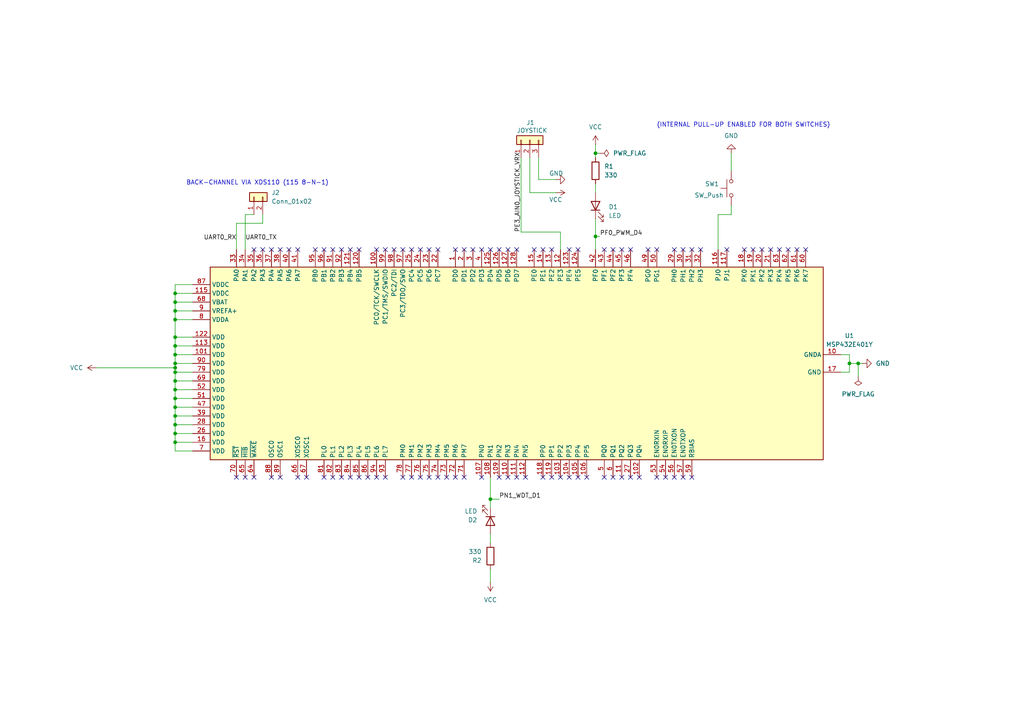
<source format=kicad_sch>
(kicad_sch
	(version 20231120)
	(generator "eeschema")
	(generator_version "8.0")
	(uuid "fcf1abd8-9f6d-4681-b777-cc274a931915")
	(paper "A4")
	(lib_symbols
		(symbol "Connector_Generic:Conn_01x02"
			(pin_names
				(offset 1.016) hide)
			(exclude_from_sim no)
			(in_bom yes)
			(on_board yes)
			(property "Reference" "J"
				(at 0 2.54 0)
				(effects
					(font
						(size 1.27 1.27)
					)
				)
			)
			(property "Value" "Conn_01x02"
				(at 0 -5.08 0)
				(effects
					(font
						(size 1.27 1.27)
					)
				)
			)
			(property "Footprint" ""
				(at 0 0 0)
				(effects
					(font
						(size 1.27 1.27)
					)
					(hide yes)
				)
			)
			(property "Datasheet" "~"
				(at 0 0 0)
				(effects
					(font
						(size 1.27 1.27)
					)
					(hide yes)
				)
			)
			(property "Description" "Generic connector, single row, 01x02, script generated (kicad-library-utils/schlib/autogen/connector/)"
				(at 0 0 0)
				(effects
					(font
						(size 1.27 1.27)
					)
					(hide yes)
				)
			)
			(property "ki_keywords" "connector"
				(at 0 0 0)
				(effects
					(font
						(size 1.27 1.27)
					)
					(hide yes)
				)
			)
			(property "ki_fp_filters" "Connector*:*_1x??_*"
				(at 0 0 0)
				(effects
					(font
						(size 1.27 1.27)
					)
					(hide yes)
				)
			)
			(symbol "Conn_01x02_1_1"
				(rectangle
					(start -1.27 -2.413)
					(end 0 -2.667)
					(stroke
						(width 0.1524)
						(type default)
					)
					(fill
						(type none)
					)
				)
				(rectangle
					(start -1.27 0.127)
					(end 0 -0.127)
					(stroke
						(width 0.1524)
						(type default)
					)
					(fill
						(type none)
					)
				)
				(rectangle
					(start -1.27 1.27)
					(end 1.27 -3.81)
					(stroke
						(width 0.254)
						(type default)
					)
					(fill
						(type background)
					)
				)
				(pin passive line
					(at -5.08 0 0)
					(length 3.81)
					(name "Pin_1"
						(effects
							(font
								(size 1.27 1.27)
							)
						)
					)
					(number "1"
						(effects
							(font
								(size 1.27 1.27)
							)
						)
					)
				)
				(pin passive line
					(at -5.08 -2.54 0)
					(length 3.81)
					(name "Pin_2"
						(effects
							(font
								(size 1.27 1.27)
							)
						)
					)
					(number "2"
						(effects
							(font
								(size 1.27 1.27)
							)
						)
					)
				)
			)
		)
		(symbol "Connector_Generic:Conn_01x03"
			(pin_names
				(offset 1.016) hide)
			(exclude_from_sim no)
			(in_bom yes)
			(on_board yes)
			(property "Reference" "J"
				(at 0 5.08 0)
				(effects
					(font
						(size 1.27 1.27)
					)
				)
			)
			(property "Value" "Conn_01x03"
				(at 0 -5.08 0)
				(effects
					(font
						(size 1.27 1.27)
					)
				)
			)
			(property "Footprint" ""
				(at 0 0 0)
				(effects
					(font
						(size 1.27 1.27)
					)
					(hide yes)
				)
			)
			(property "Datasheet" "~"
				(at 0 0 0)
				(effects
					(font
						(size 1.27 1.27)
					)
					(hide yes)
				)
			)
			(property "Description" "Generic connector, single row, 01x03, script generated (kicad-library-utils/schlib/autogen/connector/)"
				(at 0 0 0)
				(effects
					(font
						(size 1.27 1.27)
					)
					(hide yes)
				)
			)
			(property "ki_keywords" "connector"
				(at 0 0 0)
				(effects
					(font
						(size 1.27 1.27)
					)
					(hide yes)
				)
			)
			(property "ki_fp_filters" "Connector*:*_1x??_*"
				(at 0 0 0)
				(effects
					(font
						(size 1.27 1.27)
					)
					(hide yes)
				)
			)
			(symbol "Conn_01x03_1_1"
				(rectangle
					(start -1.27 -2.413)
					(end 0 -2.667)
					(stroke
						(width 0.1524)
						(type default)
					)
					(fill
						(type none)
					)
				)
				(rectangle
					(start -1.27 0.127)
					(end 0 -0.127)
					(stroke
						(width 0.1524)
						(type default)
					)
					(fill
						(type none)
					)
				)
				(rectangle
					(start -1.27 2.667)
					(end 0 2.413)
					(stroke
						(width 0.1524)
						(type default)
					)
					(fill
						(type none)
					)
				)
				(rectangle
					(start -1.27 3.81)
					(end 1.27 -3.81)
					(stroke
						(width 0.254)
						(type default)
					)
					(fill
						(type background)
					)
				)
				(pin passive line
					(at -5.08 2.54 0)
					(length 3.81)
					(name "Pin_1"
						(effects
							(font
								(size 1.27 1.27)
							)
						)
					)
					(number "1"
						(effects
							(font
								(size 1.27 1.27)
							)
						)
					)
				)
				(pin passive line
					(at -5.08 0 0)
					(length 3.81)
					(name "Pin_2"
						(effects
							(font
								(size 1.27 1.27)
							)
						)
					)
					(number "2"
						(effects
							(font
								(size 1.27 1.27)
							)
						)
					)
				)
				(pin passive line
					(at -5.08 -2.54 0)
					(length 3.81)
					(name "Pin_3"
						(effects
							(font
								(size 1.27 1.27)
							)
						)
					)
					(number "3"
						(effects
							(font
								(size 1.27 1.27)
							)
						)
					)
				)
			)
		)
		(symbol "Device:LED"
			(pin_numbers hide)
			(pin_names
				(offset 1.016) hide)
			(exclude_from_sim no)
			(in_bom yes)
			(on_board yes)
			(property "Reference" "D"
				(at 0 2.54 0)
				(effects
					(font
						(size 1.27 1.27)
					)
				)
			)
			(property "Value" "LED"
				(at 0 -2.54 0)
				(effects
					(font
						(size 1.27 1.27)
					)
				)
			)
			(property "Footprint" ""
				(at 0 0 0)
				(effects
					(font
						(size 1.27 1.27)
					)
					(hide yes)
				)
			)
			(property "Datasheet" "~"
				(at 0 0 0)
				(effects
					(font
						(size 1.27 1.27)
					)
					(hide yes)
				)
			)
			(property "Description" "Light emitting diode"
				(at 0 0 0)
				(effects
					(font
						(size 1.27 1.27)
					)
					(hide yes)
				)
			)
			(property "ki_keywords" "LED diode"
				(at 0 0 0)
				(effects
					(font
						(size 1.27 1.27)
					)
					(hide yes)
				)
			)
			(property "ki_fp_filters" "LED* LED_SMD:* LED_THT:*"
				(at 0 0 0)
				(effects
					(font
						(size 1.27 1.27)
					)
					(hide yes)
				)
			)
			(symbol "LED_0_1"
				(polyline
					(pts
						(xy -1.27 -1.27) (xy -1.27 1.27)
					)
					(stroke
						(width 0.254)
						(type default)
					)
					(fill
						(type none)
					)
				)
				(polyline
					(pts
						(xy -1.27 0) (xy 1.27 0)
					)
					(stroke
						(width 0)
						(type default)
					)
					(fill
						(type none)
					)
				)
				(polyline
					(pts
						(xy 1.27 -1.27) (xy 1.27 1.27) (xy -1.27 0) (xy 1.27 -1.27)
					)
					(stroke
						(width 0.254)
						(type default)
					)
					(fill
						(type none)
					)
				)
				(polyline
					(pts
						(xy -3.048 -0.762) (xy -4.572 -2.286) (xy -3.81 -2.286) (xy -4.572 -2.286) (xy -4.572 -1.524)
					)
					(stroke
						(width 0)
						(type default)
					)
					(fill
						(type none)
					)
				)
				(polyline
					(pts
						(xy -1.778 -0.762) (xy -3.302 -2.286) (xy -2.54 -2.286) (xy -3.302 -2.286) (xy -3.302 -1.524)
					)
					(stroke
						(width 0)
						(type default)
					)
					(fill
						(type none)
					)
				)
			)
			(symbol "LED_1_1"
				(pin passive line
					(at -3.81 0 0)
					(length 2.54)
					(name "K"
						(effects
							(font
								(size 1.27 1.27)
							)
						)
					)
					(number "1"
						(effects
							(font
								(size 1.27 1.27)
							)
						)
					)
				)
				(pin passive line
					(at 3.81 0 180)
					(length 2.54)
					(name "A"
						(effects
							(font
								(size 1.27 1.27)
							)
						)
					)
					(number "2"
						(effects
							(font
								(size 1.27 1.27)
							)
						)
					)
				)
			)
		)
		(symbol "Device:R"
			(pin_numbers hide)
			(pin_names
				(offset 0)
			)
			(exclude_from_sim no)
			(in_bom yes)
			(on_board yes)
			(property "Reference" "R"
				(at 2.032 0 90)
				(effects
					(font
						(size 1.27 1.27)
					)
				)
			)
			(property "Value" "R"
				(at 0 0 90)
				(effects
					(font
						(size 1.27 1.27)
					)
				)
			)
			(property "Footprint" ""
				(at -1.778 0 90)
				(effects
					(font
						(size 1.27 1.27)
					)
					(hide yes)
				)
			)
			(property "Datasheet" "~"
				(at 0 0 0)
				(effects
					(font
						(size 1.27 1.27)
					)
					(hide yes)
				)
			)
			(property "Description" "Resistor"
				(at 0 0 0)
				(effects
					(font
						(size 1.27 1.27)
					)
					(hide yes)
				)
			)
			(property "ki_keywords" "R res resistor"
				(at 0 0 0)
				(effects
					(font
						(size 1.27 1.27)
					)
					(hide yes)
				)
			)
			(property "ki_fp_filters" "R_*"
				(at 0 0 0)
				(effects
					(font
						(size 1.27 1.27)
					)
					(hide yes)
				)
			)
			(symbol "R_0_1"
				(rectangle
					(start -1.016 -2.54)
					(end 1.016 2.54)
					(stroke
						(width 0.254)
						(type default)
					)
					(fill
						(type none)
					)
				)
			)
			(symbol "R_1_1"
				(pin passive line
					(at 0 3.81 270)
					(length 1.27)
					(name "~"
						(effects
							(font
								(size 1.27 1.27)
							)
						)
					)
					(number "1"
						(effects
							(font
								(size 1.27 1.27)
							)
						)
					)
				)
				(pin passive line
					(at 0 -3.81 90)
					(length 1.27)
					(name "~"
						(effects
							(font
								(size 1.27 1.27)
							)
						)
					)
					(number "2"
						(effects
							(font
								(size 1.27 1.27)
							)
						)
					)
				)
			)
		)
		(symbol "MCU_Texas:MSP432E401Y"
			(exclude_from_sim no)
			(in_bom yes)
			(on_board yes)
			(property "Reference" "U"
				(at -30.48 90.17 0)
				(effects
					(font
						(size 1.27 1.27)
					)
					(justify left)
				)
			)
			(property "Value" "MSP432E401Y"
				(at 25.4 90.17 0)
				(effects
					(font
						(size 1.27 1.27)
					)
					(justify left)
				)
			)
			(property "Footprint" "Package_QFP:LQFP-128_14x14mm_P0.4mm"
				(at 53.34 -91.44 0)
				(effects
					(font
						(size 1.27 1.27)
					)
					(justify right)
					(hide yes)
				)
			)
			(property "Datasheet" "http://www.ti.com/lit/ds/symlink/msp432e401y.pdf"
				(at -17.78 -45.72 0)
				(effects
					(font
						(size 1.27 1.27)
					)
					(hide yes)
				)
			)
			(property "Description" "ARM Cortex-M4F MCU, 1024KB flash, 256KB RAM, 6KB EEPROM, 120MHz, 3.0-3.6V, TQFP-128"
				(at 0 0 0)
				(effects
					(font
						(size 1.27 1.27)
					)
					(hide yes)
				)
			)
			(property "ki_keywords" "ARM Cortex-M4F MSP432 MSP432E4 MSP432E401"
				(at 0 0 0)
				(effects
					(font
						(size 1.27 1.27)
					)
					(hide yes)
				)
			)
			(property "ki_fp_filters" "LQFP*14x14mm*P0.4mm*"
				(at 0 0 0)
				(effects
					(font
						(size 1.27 1.27)
					)
					(hide yes)
				)
			)
			(symbol "MSP432E401Y_1_1"
				(rectangle
					(start -27.94 -88.9)
					(end 27.94 88.9)
					(stroke
						(width 0.254)
						(type solid)
					)
					(fill
						(type background)
					)
				)
				(pin bidirectional line
					(at 33.02 17.78 180)
					(length 5.08)
					(name "PD0"
						(effects
							(font
								(size 1.27 1.27)
							)
						)
					)
					(number "1"
						(effects
							(font
								(size 1.27 1.27)
							)
						)
					)
				)
				(pin power_in line
					(at 2.54 -93.98 90)
					(length 5.08)
					(name "GNDA"
						(effects
							(font
								(size 1.27 1.27)
							)
						)
					)
					(number "10"
						(effects
							(font
								(size 1.27 1.27)
							)
						)
					)
				)
				(pin bidirectional line
					(at 33.02 40.64 180)
					(length 5.08)
					(name "PC0/TCK/SWCLK"
						(effects
							(font
								(size 1.27 1.27)
							)
						)
					)
					(number "100"
						(effects
							(font
								(size 1.27 1.27)
							)
						)
					)
				)
				(pin power_in line
					(at 2.54 93.98 270)
					(length 5.08)
					(name "VDD"
						(effects
							(font
								(size 1.27 1.27)
							)
						)
					)
					(number "101"
						(effects
							(font
								(size 1.27 1.27)
							)
						)
					)
				)
				(pin bidirectional line
					(at -33.02 -35.56 0)
					(length 5.08)
					(name "PQ4"
						(effects
							(font
								(size 1.27 1.27)
							)
						)
					)
					(number "102"
						(effects
							(font
								(size 1.27 1.27)
							)
						)
					)
				)
				(pin bidirectional line
					(at -33.02 -12.7 0)
					(length 5.08)
					(name "PP2"
						(effects
							(font
								(size 1.27 1.27)
							)
						)
					)
					(number "103"
						(effects
							(font
								(size 1.27 1.27)
							)
						)
					)
				)
				(pin bidirectional line
					(at -33.02 -15.24 0)
					(length 5.08)
					(name "PP3"
						(effects
							(font
								(size 1.27 1.27)
							)
						)
					)
					(number "104"
						(effects
							(font
								(size 1.27 1.27)
							)
						)
					)
				)
				(pin bidirectional line
					(at -33.02 -17.78 0)
					(length 5.08)
					(name "PP4"
						(effects
							(font
								(size 1.27 1.27)
							)
						)
					)
					(number "105"
						(effects
							(font
								(size 1.27 1.27)
							)
						)
					)
				)
				(pin bidirectional line
					(at -33.02 -20.32 0)
					(length 5.08)
					(name "PP5"
						(effects
							(font
								(size 1.27 1.27)
							)
						)
					)
					(number "106"
						(effects
							(font
								(size 1.27 1.27)
							)
						)
					)
				)
				(pin bidirectional line
					(at -33.02 10.16 0)
					(length 5.08)
					(name "PN0"
						(effects
							(font
								(size 1.27 1.27)
							)
						)
					)
					(number "107"
						(effects
							(font
								(size 1.27 1.27)
							)
						)
					)
				)
				(pin bidirectional line
					(at -33.02 7.62 0)
					(length 5.08)
					(name "PN1"
						(effects
							(font
								(size 1.27 1.27)
							)
						)
					)
					(number "108"
						(effects
							(font
								(size 1.27 1.27)
							)
						)
					)
				)
				(pin bidirectional line
					(at -33.02 5.08 0)
					(length 5.08)
					(name "PN2"
						(effects
							(font
								(size 1.27 1.27)
							)
						)
					)
					(number "109"
						(effects
							(font
								(size 1.27 1.27)
							)
						)
					)
				)
				(pin bidirectional line
					(at -33.02 -30.48 0)
					(length 5.08)
					(name "PQ2"
						(effects
							(font
								(size 1.27 1.27)
							)
						)
					)
					(number "11"
						(effects
							(font
								(size 1.27 1.27)
							)
						)
					)
				)
				(pin bidirectional line
					(at -33.02 2.54 0)
					(length 5.08)
					(name "PN3"
						(effects
							(font
								(size 1.27 1.27)
							)
						)
					)
					(number "110"
						(effects
							(font
								(size 1.27 1.27)
							)
						)
					)
				)
				(pin bidirectional line
					(at -33.02 0 0)
					(length 5.08)
					(name "PN4"
						(effects
							(font
								(size 1.27 1.27)
							)
						)
					)
					(number "111"
						(effects
							(font
								(size 1.27 1.27)
							)
						)
					)
				)
				(pin bidirectional line
					(at -33.02 -2.54 0)
					(length 5.08)
					(name "PN5"
						(effects
							(font
								(size 1.27 1.27)
							)
						)
					)
					(number "112"
						(effects
							(font
								(size 1.27 1.27)
							)
						)
					)
				)
				(pin power_in line
					(at 5.08 93.98 270)
					(length 5.08)
					(name "VDD"
						(effects
							(font
								(size 1.27 1.27)
							)
						)
					)
					(number "113"
						(effects
							(font
								(size 1.27 1.27)
							)
						)
					)
				)
				(pin passive line
					(at -2.54 -93.98 90)
					(length 5.08) hide
					(name "GND"
						(effects
							(font
								(size 1.27 1.27)
							)
						)
					)
					(number "114"
						(effects
							(font
								(size 1.27 1.27)
							)
						)
					)
				)
				(pin power_in line
					(at 20.32 93.98 270)
					(length 5.08)
					(name "VDDC"
						(effects
							(font
								(size 1.27 1.27)
							)
						)
					)
					(number "115"
						(effects
							(font
								(size 1.27 1.27)
							)
						)
					)
				)
				(pin bidirectional line
					(at 33.02 -58.42 180)
					(length 5.08)
					(name "PJ0"
						(effects
							(font
								(size 1.27 1.27)
							)
						)
					)
					(number "116"
						(effects
							(font
								(size 1.27 1.27)
							)
						)
					)
				)
				(pin bidirectional line
					(at 33.02 -60.96 180)
					(length 5.08)
					(name "PJ1"
						(effects
							(font
								(size 1.27 1.27)
							)
						)
					)
					(number "117"
						(effects
							(font
								(size 1.27 1.27)
							)
						)
					)
				)
				(pin bidirectional line
					(at -33.02 -7.62 0)
					(length 5.08)
					(name "PP0"
						(effects
							(font
								(size 1.27 1.27)
							)
						)
					)
					(number "118"
						(effects
							(font
								(size 1.27 1.27)
							)
						)
					)
				)
				(pin bidirectional line
					(at -33.02 -10.16 0)
					(length 5.08)
					(name "PP1"
						(effects
							(font
								(size 1.27 1.27)
							)
						)
					)
					(number "119"
						(effects
							(font
								(size 1.27 1.27)
							)
						)
					)
				)
				(pin bidirectional line
					(at 33.02 -12.7 180)
					(length 5.08)
					(name "PE3"
						(effects
							(font
								(size 1.27 1.27)
							)
						)
					)
					(number "12"
						(effects
							(font
								(size 1.27 1.27)
							)
						)
					)
				)
				(pin bidirectional line
					(at 33.02 45.72 180)
					(length 5.08)
					(name "PB5"
						(effects
							(font
								(size 1.27 1.27)
							)
						)
					)
					(number "120"
						(effects
							(font
								(size 1.27 1.27)
							)
						)
					)
				)
				(pin bidirectional line
					(at 33.02 48.26 180)
					(length 5.08)
					(name "PB4"
						(effects
							(font
								(size 1.27 1.27)
							)
						)
					)
					(number "121"
						(effects
							(font
								(size 1.27 1.27)
							)
						)
					)
				)
				(pin power_in line
					(at 7.62 93.98 270)
					(length 5.08)
					(name "VDD"
						(effects
							(font
								(size 1.27 1.27)
							)
						)
					)
					(number "122"
						(effects
							(font
								(size 1.27 1.27)
							)
						)
					)
				)
				(pin bidirectional line
					(at 33.02 -15.24 180)
					(length 5.08)
					(name "PE4"
						(effects
							(font
								(size 1.27 1.27)
							)
						)
					)
					(number "123"
						(effects
							(font
								(size 1.27 1.27)
							)
						)
					)
				)
				(pin bidirectional line
					(at 33.02 -17.78 180)
					(length 5.08)
					(name "PE5"
						(effects
							(font
								(size 1.27 1.27)
							)
						)
					)
					(number "124"
						(effects
							(font
								(size 1.27 1.27)
							)
						)
					)
				)
				(pin bidirectional line
					(at 33.02 7.62 180)
					(length 5.08)
					(name "PD4"
						(effects
							(font
								(size 1.27 1.27)
							)
						)
					)
					(number "125"
						(effects
							(font
								(size 1.27 1.27)
							)
						)
					)
				)
				(pin bidirectional line
					(at 33.02 5.08 180)
					(length 5.08)
					(name "PD5"
						(effects
							(font
								(size 1.27 1.27)
							)
						)
					)
					(number "126"
						(effects
							(font
								(size 1.27 1.27)
							)
						)
					)
				)
				(pin bidirectional line
					(at 33.02 2.54 180)
					(length 5.08)
					(name "PD6"
						(effects
							(font
								(size 1.27 1.27)
							)
						)
					)
					(number "127"
						(effects
							(font
								(size 1.27 1.27)
							)
						)
					)
				)
				(pin bidirectional line
					(at 33.02 0 180)
					(length 5.08)
					(name "PD7"
						(effects
							(font
								(size 1.27 1.27)
							)
						)
					)
					(number "128"
						(effects
							(font
								(size 1.27 1.27)
							)
						)
					)
				)
				(pin bidirectional line
					(at 33.02 -10.16 180)
					(length 5.08)
					(name "PE2"
						(effects
							(font
								(size 1.27 1.27)
							)
						)
					)
					(number "13"
						(effects
							(font
								(size 1.27 1.27)
							)
						)
					)
				)
				(pin bidirectional line
					(at 33.02 -7.62 180)
					(length 5.08)
					(name "PE1"
						(effects
							(font
								(size 1.27 1.27)
							)
						)
					)
					(number "14"
						(effects
							(font
								(size 1.27 1.27)
							)
						)
					)
				)
				(pin bidirectional line
					(at 33.02 -5.08 180)
					(length 5.08)
					(name "PE0"
						(effects
							(font
								(size 1.27 1.27)
							)
						)
					)
					(number "15"
						(effects
							(font
								(size 1.27 1.27)
							)
						)
					)
				)
				(pin power_in line
					(at -22.86 93.98 270)
					(length 5.08)
					(name "VDD"
						(effects
							(font
								(size 1.27 1.27)
							)
						)
					)
					(number "16"
						(effects
							(font
								(size 1.27 1.27)
							)
						)
					)
				)
				(pin power_in line
					(at -2.54 -93.98 90)
					(length 5.08)
					(name "GND"
						(effects
							(font
								(size 1.27 1.27)
							)
						)
					)
					(number "17"
						(effects
							(font
								(size 1.27 1.27)
							)
						)
					)
				)
				(pin bidirectional line
					(at 33.02 -66.04 180)
					(length 5.08)
					(name "PK0"
						(effects
							(font
								(size 1.27 1.27)
							)
						)
					)
					(number "18"
						(effects
							(font
								(size 1.27 1.27)
							)
						)
					)
				)
				(pin bidirectional line
					(at 33.02 -68.58 180)
					(length 5.08)
					(name "PK1"
						(effects
							(font
								(size 1.27 1.27)
							)
						)
					)
					(number "19"
						(effects
							(font
								(size 1.27 1.27)
							)
						)
					)
				)
				(pin bidirectional line
					(at 33.02 15.24 180)
					(length 5.08)
					(name "PD1"
						(effects
							(font
								(size 1.27 1.27)
							)
						)
					)
					(number "2"
						(effects
							(font
								(size 1.27 1.27)
							)
						)
					)
				)
				(pin bidirectional line
					(at 33.02 -71.12 180)
					(length 5.08)
					(name "PK2"
						(effects
							(font
								(size 1.27 1.27)
							)
						)
					)
					(number "20"
						(effects
							(font
								(size 1.27 1.27)
							)
						)
					)
				)
				(pin bidirectional line
					(at 33.02 -73.66 180)
					(length 5.08)
					(name "PK3"
						(effects
							(font
								(size 1.27 1.27)
							)
						)
					)
					(number "21"
						(effects
							(font
								(size 1.27 1.27)
							)
						)
					)
				)
				(pin bidirectional line
					(at 33.02 22.86 180)
					(length 5.08)
					(name "PC7"
						(effects
							(font
								(size 1.27 1.27)
							)
						)
					)
					(number "22"
						(effects
							(font
								(size 1.27 1.27)
							)
						)
					)
				)
				(pin bidirectional line
					(at 33.02 25.4 180)
					(length 5.08)
					(name "PC6"
						(effects
							(font
								(size 1.27 1.27)
							)
						)
					)
					(number "23"
						(effects
							(font
								(size 1.27 1.27)
							)
						)
					)
				)
				(pin bidirectional line
					(at 33.02 27.94 180)
					(length 5.08)
					(name "PC5"
						(effects
							(font
								(size 1.27 1.27)
							)
						)
					)
					(number "24"
						(effects
							(font
								(size 1.27 1.27)
							)
						)
					)
				)
				(pin bidirectional line
					(at 33.02 30.48 180)
					(length 5.08)
					(name "PC4"
						(effects
							(font
								(size 1.27 1.27)
							)
						)
					)
					(number "25"
						(effects
							(font
								(size 1.27 1.27)
							)
						)
					)
				)
				(pin power_in line
					(at -20.32 93.98 270)
					(length 5.08)
					(name "VDD"
						(effects
							(font
								(size 1.27 1.27)
							)
						)
					)
					(number "26"
						(effects
							(font
								(size 1.27 1.27)
							)
						)
					)
				)
				(pin bidirectional line
					(at -33.02 -33.02 0)
					(length 5.08)
					(name "PQ3"
						(effects
							(font
								(size 1.27 1.27)
							)
						)
					)
					(number "27"
						(effects
							(font
								(size 1.27 1.27)
							)
						)
					)
				)
				(pin power_in line
					(at -17.78 93.98 270)
					(length 5.08)
					(name "VDD"
						(effects
							(font
								(size 1.27 1.27)
							)
						)
					)
					(number "28"
						(effects
							(font
								(size 1.27 1.27)
							)
						)
					)
				)
				(pin bidirectional line
					(at 33.02 -45.72 180)
					(length 5.08)
					(name "PH0"
						(effects
							(font
								(size 1.27 1.27)
							)
						)
					)
					(number "29"
						(effects
							(font
								(size 1.27 1.27)
							)
						)
					)
				)
				(pin bidirectional line
					(at 33.02 12.7 180)
					(length 5.08)
					(name "PD2"
						(effects
							(font
								(size 1.27 1.27)
							)
						)
					)
					(number "3"
						(effects
							(font
								(size 1.27 1.27)
							)
						)
					)
				)
				(pin bidirectional line
					(at 33.02 -48.26 180)
					(length 5.08)
					(name "PH1"
						(effects
							(font
								(size 1.27 1.27)
							)
						)
					)
					(number "30"
						(effects
							(font
								(size 1.27 1.27)
							)
						)
					)
				)
				(pin bidirectional line
					(at 33.02 -50.8 180)
					(length 5.08)
					(name "PH2"
						(effects
							(font
								(size 1.27 1.27)
							)
						)
					)
					(number "31"
						(effects
							(font
								(size 1.27 1.27)
							)
						)
					)
				)
				(pin bidirectional line
					(at 33.02 -53.34 180)
					(length 5.08)
					(name "PH3"
						(effects
							(font
								(size 1.27 1.27)
							)
						)
					)
					(number "32"
						(effects
							(font
								(size 1.27 1.27)
							)
						)
					)
				)
				(pin bidirectional line
					(at 33.02 81.28 180)
					(length 5.08)
					(name "PA0"
						(effects
							(font
								(size 1.27 1.27)
							)
						)
					)
					(number "33"
						(effects
							(font
								(size 1.27 1.27)
							)
						)
					)
				)
				(pin bidirectional line
					(at 33.02 78.74 180)
					(length 5.08)
					(name "PA1"
						(effects
							(font
								(size 1.27 1.27)
							)
						)
					)
					(number "34"
						(effects
							(font
								(size 1.27 1.27)
							)
						)
					)
				)
				(pin bidirectional line
					(at 33.02 76.2 180)
					(length 5.08)
					(name "PA2"
						(effects
							(font
								(size 1.27 1.27)
							)
						)
					)
					(number "35"
						(effects
							(font
								(size 1.27 1.27)
							)
						)
					)
				)
				(pin bidirectional line
					(at 33.02 73.66 180)
					(length 5.08)
					(name "PA3"
						(effects
							(font
								(size 1.27 1.27)
							)
						)
					)
					(number "36"
						(effects
							(font
								(size 1.27 1.27)
							)
						)
					)
				)
				(pin bidirectional line
					(at 33.02 71.12 180)
					(length 5.08)
					(name "PA4"
						(effects
							(font
								(size 1.27 1.27)
							)
						)
					)
					(number "37"
						(effects
							(font
								(size 1.27 1.27)
							)
						)
					)
				)
				(pin bidirectional line
					(at 33.02 68.58 180)
					(length 5.08)
					(name "PA5"
						(effects
							(font
								(size 1.27 1.27)
							)
						)
					)
					(number "38"
						(effects
							(font
								(size 1.27 1.27)
							)
						)
					)
				)
				(pin power_in line
					(at -15.24 93.98 270)
					(length 5.08)
					(name "VDD"
						(effects
							(font
								(size 1.27 1.27)
							)
						)
					)
					(number "39"
						(effects
							(font
								(size 1.27 1.27)
							)
						)
					)
				)
				(pin bidirectional line
					(at 33.02 10.16 180)
					(length 5.08)
					(name "PD3"
						(effects
							(font
								(size 1.27 1.27)
							)
						)
					)
					(number "4"
						(effects
							(font
								(size 1.27 1.27)
							)
						)
					)
				)
				(pin bidirectional line
					(at 33.02 66.04 180)
					(length 5.08)
					(name "PA6"
						(effects
							(font
								(size 1.27 1.27)
							)
						)
					)
					(number "40"
						(effects
							(font
								(size 1.27 1.27)
							)
						)
					)
				)
				(pin bidirectional line
					(at 33.02 63.5 180)
					(length 5.08)
					(name "PA7"
						(effects
							(font
								(size 1.27 1.27)
							)
						)
					)
					(number "41"
						(effects
							(font
								(size 1.27 1.27)
							)
						)
					)
				)
				(pin bidirectional line
					(at 33.02 -22.86 180)
					(length 5.08)
					(name "PF0"
						(effects
							(font
								(size 1.27 1.27)
							)
						)
					)
					(number "42"
						(effects
							(font
								(size 1.27 1.27)
							)
						)
					)
				)
				(pin bidirectional line
					(at 33.02 -25.4 180)
					(length 5.08)
					(name "PF1"
						(effects
							(font
								(size 1.27 1.27)
							)
						)
					)
					(number "43"
						(effects
							(font
								(size 1.27 1.27)
							)
						)
					)
				)
				(pin bidirectional line
					(at 33.02 -27.94 180)
					(length 5.08)
					(name "PF2"
						(effects
							(font
								(size 1.27 1.27)
							)
						)
					)
					(number "44"
						(effects
							(font
								(size 1.27 1.27)
							)
						)
					)
				)
				(pin bidirectional line
					(at 33.02 -30.48 180)
					(length 5.08)
					(name "PF3"
						(effects
							(font
								(size 1.27 1.27)
							)
						)
					)
					(number "45"
						(effects
							(font
								(size 1.27 1.27)
							)
						)
					)
				)
				(pin bidirectional line
					(at 33.02 -33.02 180)
					(length 5.08)
					(name "PF4"
						(effects
							(font
								(size 1.27 1.27)
							)
						)
					)
					(number "46"
						(effects
							(font
								(size 1.27 1.27)
							)
						)
					)
				)
				(pin power_in line
					(at -12.7 93.98 270)
					(length 5.08)
					(name "VDD"
						(effects
							(font
								(size 1.27 1.27)
							)
						)
					)
					(number "47"
						(effects
							(font
								(size 1.27 1.27)
							)
						)
					)
				)
				(pin passive line
					(at -2.54 -93.98 90)
					(length 5.08) hide
					(name "GND"
						(effects
							(font
								(size 1.27 1.27)
							)
						)
					)
					(number "48"
						(effects
							(font
								(size 1.27 1.27)
							)
						)
					)
				)
				(pin bidirectional line
					(at 33.02 -38.1 180)
					(length 5.08)
					(name "PG0"
						(effects
							(font
								(size 1.27 1.27)
							)
						)
					)
					(number "49"
						(effects
							(font
								(size 1.27 1.27)
							)
						)
					)
				)
				(pin bidirectional line
					(at -33.02 -25.4 0)
					(length 5.08)
					(name "PQ0"
						(effects
							(font
								(size 1.27 1.27)
							)
						)
					)
					(number "5"
						(effects
							(font
								(size 1.27 1.27)
							)
						)
					)
				)
				(pin bidirectional line
					(at 33.02 -40.64 180)
					(length 5.08)
					(name "PG1"
						(effects
							(font
								(size 1.27 1.27)
							)
						)
					)
					(number "50"
						(effects
							(font
								(size 1.27 1.27)
							)
						)
					)
				)
				(pin power_in line
					(at -10.16 93.98 270)
					(length 5.08)
					(name "VDD"
						(effects
							(font
								(size 1.27 1.27)
							)
						)
					)
					(number "51"
						(effects
							(font
								(size 1.27 1.27)
							)
						)
					)
				)
				(pin power_in line
					(at -7.62 93.98 270)
					(length 5.08)
					(name "VDD"
						(effects
							(font
								(size 1.27 1.27)
							)
						)
					)
					(number "52"
						(effects
							(font
								(size 1.27 1.27)
							)
						)
					)
				)
				(pin bidirectional line
					(at -33.02 -40.64 0)
					(length 5.08)
					(name "EN0RXIN"
						(effects
							(font
								(size 1.27 1.27)
							)
						)
					)
					(number "53"
						(effects
							(font
								(size 1.27 1.27)
							)
						)
					)
				)
				(pin bidirectional line
					(at -33.02 -43.18 0)
					(length 5.08)
					(name "EN0RXIP"
						(effects
							(font
								(size 1.27 1.27)
							)
						)
					)
					(number "54"
						(effects
							(font
								(size 1.27 1.27)
							)
						)
					)
				)
				(pin passive line
					(at -2.54 -93.98 90)
					(length 5.08) hide
					(name "GND"
						(effects
							(font
								(size 1.27 1.27)
							)
						)
					)
					(number "55"
						(effects
							(font
								(size 1.27 1.27)
							)
						)
					)
				)
				(pin bidirectional line
					(at -33.02 -45.72 0)
					(length 5.08)
					(name "EN0TXON"
						(effects
							(font
								(size 1.27 1.27)
							)
						)
					)
					(number "56"
						(effects
							(font
								(size 1.27 1.27)
							)
						)
					)
				)
				(pin bidirectional line
					(at -33.02 -48.26 0)
					(length 5.08)
					(name "EN0TXOP"
						(effects
							(font
								(size 1.27 1.27)
							)
						)
					)
					(number "57"
						(effects
							(font
								(size 1.27 1.27)
							)
						)
					)
				)
				(pin passive line
					(at -2.54 -93.98 90)
					(length 5.08) hide
					(name "GND"
						(effects
							(font
								(size 1.27 1.27)
							)
						)
					)
					(number "58"
						(effects
							(font
								(size 1.27 1.27)
							)
						)
					)
				)
				(pin passive line
					(at -33.02 -50.8 0)
					(length 5.08)
					(name "RBIAS"
						(effects
							(font
								(size 1.27 1.27)
							)
						)
					)
					(number "59"
						(effects
							(font
								(size 1.27 1.27)
							)
						)
					)
				)
				(pin bidirectional line
					(at -33.02 -27.94 0)
					(length 5.08)
					(name "PQ1"
						(effects
							(font
								(size 1.27 1.27)
							)
						)
					)
					(number "6"
						(effects
							(font
								(size 1.27 1.27)
							)
						)
					)
				)
				(pin bidirectional line
					(at 33.02 -83.82 180)
					(length 5.08)
					(name "PK7"
						(effects
							(font
								(size 1.27 1.27)
							)
						)
					)
					(number "60"
						(effects
							(font
								(size 1.27 1.27)
							)
						)
					)
				)
				(pin bidirectional line
					(at 33.02 -81.28 180)
					(length 5.08)
					(name "PK6"
						(effects
							(font
								(size 1.27 1.27)
							)
						)
					)
					(number "61"
						(effects
							(font
								(size 1.27 1.27)
							)
						)
					)
				)
				(pin bidirectional line
					(at 33.02 -78.74 180)
					(length 5.08)
					(name "PK5"
						(effects
							(font
								(size 1.27 1.27)
							)
						)
					)
					(number "62"
						(effects
							(font
								(size 1.27 1.27)
							)
						)
					)
				)
				(pin bidirectional line
					(at 33.02 -76.2 180)
					(length 5.08)
					(name "PK4"
						(effects
							(font
								(size 1.27 1.27)
							)
						)
					)
					(number "63"
						(effects
							(font
								(size 1.27 1.27)
							)
						)
					)
				)
				(pin input line
					(at -33.02 76.2 0)
					(length 5.08)
					(name "~{WAKE}"
						(effects
							(font
								(size 1.27 1.27)
							)
						)
					)
					(number "64"
						(effects
							(font
								(size 1.27 1.27)
							)
						)
					)
				)
				(pin output line
					(at -33.02 78.74 0)
					(length 5.08)
					(name "~{HIB}"
						(effects
							(font
								(size 1.27 1.27)
							)
						)
					)
					(number "65"
						(effects
							(font
								(size 1.27 1.27)
							)
						)
					)
				)
				(pin input line
					(at -33.02 63.5 0)
					(length 5.08)
					(name "XOSC0"
						(effects
							(font
								(size 1.27 1.27)
							)
						)
					)
					(number "66"
						(effects
							(font
								(size 1.27 1.27)
							)
						)
					)
				)
				(pin output line
					(at -33.02 60.96 0)
					(length 5.08)
					(name "XOSC1"
						(effects
							(font
								(size 1.27 1.27)
							)
						)
					)
					(number "67"
						(effects
							(font
								(size 1.27 1.27)
							)
						)
					)
				)
				(pin power_in line
					(at 17.78 93.98 270)
					(length 5.08)
					(name "VBAT"
						(effects
							(font
								(size 1.27 1.27)
							)
						)
					)
					(number "68"
						(effects
							(font
								(size 1.27 1.27)
							)
						)
					)
				)
				(pin power_in line
					(at -5.08 93.98 270)
					(length 5.08)
					(name "VDD"
						(effects
							(font
								(size 1.27 1.27)
							)
						)
					)
					(number "69"
						(effects
							(font
								(size 1.27 1.27)
							)
						)
					)
				)
				(pin power_in line
					(at -25.4 93.98 270)
					(length 5.08)
					(name "VDD"
						(effects
							(font
								(size 1.27 1.27)
							)
						)
					)
					(number "7"
						(effects
							(font
								(size 1.27 1.27)
							)
						)
					)
				)
				(pin input line
					(at -33.02 81.28 0)
					(length 5.08)
					(name "~{RST}"
						(effects
							(font
								(size 1.27 1.27)
							)
						)
					)
					(number "70"
						(effects
							(font
								(size 1.27 1.27)
							)
						)
					)
				)
				(pin bidirectional line
					(at -33.02 15.24 0)
					(length 5.08)
					(name "PM7"
						(effects
							(font
								(size 1.27 1.27)
							)
						)
					)
					(number "71"
						(effects
							(font
								(size 1.27 1.27)
							)
						)
					)
				)
				(pin bidirectional line
					(at -33.02 17.78 0)
					(length 5.08)
					(name "PM6"
						(effects
							(font
								(size 1.27 1.27)
							)
						)
					)
					(number "72"
						(effects
							(font
								(size 1.27 1.27)
							)
						)
					)
				)
				(pin bidirectional line
					(at -33.02 20.32 0)
					(length 5.08)
					(name "PM5"
						(effects
							(font
								(size 1.27 1.27)
							)
						)
					)
					(number "73"
						(effects
							(font
								(size 1.27 1.27)
							)
						)
					)
				)
				(pin bidirectional line
					(at -33.02 22.86 0)
					(length 5.08)
					(name "PM4"
						(effects
							(font
								(size 1.27 1.27)
							)
						)
					)
					(number "74"
						(effects
							(font
								(size 1.27 1.27)
							)
						)
					)
				)
				(pin bidirectional line
					(at -33.02 25.4 0)
					(length 5.08)
					(name "PM3"
						(effects
							(font
								(size 1.27 1.27)
							)
						)
					)
					(number "75"
						(effects
							(font
								(size 1.27 1.27)
							)
						)
					)
				)
				(pin bidirectional line
					(at -33.02 27.94 0)
					(length 5.08)
					(name "PM2"
						(effects
							(font
								(size 1.27 1.27)
							)
						)
					)
					(number "76"
						(effects
							(font
								(size 1.27 1.27)
							)
						)
					)
				)
				(pin bidirectional line
					(at -33.02 30.48 0)
					(length 5.08)
					(name "PM1"
						(effects
							(font
								(size 1.27 1.27)
							)
						)
					)
					(number "77"
						(effects
							(font
								(size 1.27 1.27)
							)
						)
					)
				)
				(pin bidirectional line
					(at -33.02 33.02 0)
					(length 5.08)
					(name "PM0"
						(effects
							(font
								(size 1.27 1.27)
							)
						)
					)
					(number "78"
						(effects
							(font
								(size 1.27 1.27)
							)
						)
					)
				)
				(pin power_in line
					(at -2.54 93.98 270)
					(length 5.08)
					(name "VDD"
						(effects
							(font
								(size 1.27 1.27)
							)
						)
					)
					(number "79"
						(effects
							(font
								(size 1.27 1.27)
							)
						)
					)
				)
				(pin power_in line
					(at 12.7 93.98 270)
					(length 5.08)
					(name "VDDA"
						(effects
							(font
								(size 1.27 1.27)
							)
						)
					)
					(number "8"
						(effects
							(font
								(size 1.27 1.27)
							)
						)
					)
				)
				(pin passive line
					(at -2.54 -93.98 90)
					(length 5.08) hide
					(name "GND"
						(effects
							(font
								(size 1.27 1.27)
							)
						)
					)
					(number "80"
						(effects
							(font
								(size 1.27 1.27)
							)
						)
					)
				)
				(pin bidirectional line
					(at -33.02 55.88 0)
					(length 5.08)
					(name "PL0"
						(effects
							(font
								(size 1.27 1.27)
							)
						)
					)
					(number "81"
						(effects
							(font
								(size 1.27 1.27)
							)
						)
					)
				)
				(pin bidirectional line
					(at -33.02 53.34 0)
					(length 5.08)
					(name "PL1"
						(effects
							(font
								(size 1.27 1.27)
							)
						)
					)
					(number "82"
						(effects
							(font
								(size 1.27 1.27)
							)
						)
					)
				)
				(pin bidirectional line
					(at -33.02 50.8 0)
					(length 5.08)
					(name "PL2"
						(effects
							(font
								(size 1.27 1.27)
							)
						)
					)
					(number "83"
						(effects
							(font
								(size 1.27 1.27)
							)
						)
					)
				)
				(pin bidirectional line
					(at -33.02 48.26 0)
					(length 5.08)
					(name "PL3"
						(effects
							(font
								(size 1.27 1.27)
							)
						)
					)
					(number "84"
						(effects
							(font
								(size 1.27 1.27)
							)
						)
					)
				)
				(pin bidirectional line
					(at -33.02 45.72 0)
					(length 5.08)
					(name "PL4"
						(effects
							(font
								(size 1.27 1.27)
							)
						)
					)
					(number "85"
						(effects
							(font
								(size 1.27 1.27)
							)
						)
					)
				)
				(pin bidirectional line
					(at -33.02 43.18 0)
					(length 5.08)
					(name "PL5"
						(effects
							(font
								(size 1.27 1.27)
							)
						)
					)
					(number "86"
						(effects
							(font
								(size 1.27 1.27)
							)
						)
					)
				)
				(pin power_in line
					(at 22.86 93.98 270)
					(length 5.08)
					(name "VDDC"
						(effects
							(font
								(size 1.27 1.27)
							)
						)
					)
					(number "87"
						(effects
							(font
								(size 1.27 1.27)
							)
						)
					)
				)
				(pin input line
					(at -33.02 71.12 0)
					(length 5.08)
					(name "OSC0"
						(effects
							(font
								(size 1.27 1.27)
							)
						)
					)
					(number "88"
						(effects
							(font
								(size 1.27 1.27)
							)
						)
					)
				)
				(pin output line
					(at -33.02 68.58 0)
					(length 5.08)
					(name "OSC1"
						(effects
							(font
								(size 1.27 1.27)
							)
						)
					)
					(number "89"
						(effects
							(font
								(size 1.27 1.27)
							)
						)
					)
				)
				(pin power_in line
					(at 15.24 93.98 270)
					(length 5.08)
					(name "VREFA+"
						(effects
							(font
								(size 1.27 1.27)
							)
						)
					)
					(number "9"
						(effects
							(font
								(size 1.27 1.27)
							)
						)
					)
				)
				(pin power_in line
					(at 0 93.98 270)
					(length 5.08)
					(name "VDD"
						(effects
							(font
								(size 1.27 1.27)
							)
						)
					)
					(number "90"
						(effects
							(font
								(size 1.27 1.27)
							)
						)
					)
				)
				(pin bidirectional line
					(at 33.02 53.34 180)
					(length 5.08)
					(name "PB2"
						(effects
							(font
								(size 1.27 1.27)
							)
						)
					)
					(number "91"
						(effects
							(font
								(size 1.27 1.27)
							)
						)
					)
				)
				(pin bidirectional line
					(at 33.02 50.8 180)
					(length 5.08)
					(name "PB3"
						(effects
							(font
								(size 1.27 1.27)
							)
						)
					)
					(number "92"
						(effects
							(font
								(size 1.27 1.27)
							)
						)
					)
				)
				(pin bidirectional line
					(at -33.02 38.1 0)
					(length 5.08)
					(name "PL7"
						(effects
							(font
								(size 1.27 1.27)
							)
						)
					)
					(number "93"
						(effects
							(font
								(size 1.27 1.27)
							)
						)
					)
				)
				(pin bidirectional line
					(at -33.02 40.64 0)
					(length 5.08)
					(name "PL6"
						(effects
							(font
								(size 1.27 1.27)
							)
						)
					)
					(number "94"
						(effects
							(font
								(size 1.27 1.27)
							)
						)
					)
				)
				(pin bidirectional line
					(at 33.02 58.42 180)
					(length 5.08)
					(name "PB0"
						(effects
							(font
								(size 1.27 1.27)
							)
						)
					)
					(number "95"
						(effects
							(font
								(size 1.27 1.27)
							)
						)
					)
				)
				(pin bidirectional line
					(at 33.02 55.88 180)
					(length 5.08)
					(name "PB1"
						(effects
							(font
								(size 1.27 1.27)
							)
						)
					)
					(number "96"
						(effects
							(font
								(size 1.27 1.27)
							)
						)
					)
				)
				(pin bidirectional line
					(at 33.02 33.02 180)
					(length 5.08)
					(name "PC3/TDO/SWO"
						(effects
							(font
								(size 1.27 1.27)
							)
						)
					)
					(number "97"
						(effects
							(font
								(size 1.27 1.27)
							)
						)
					)
				)
				(pin bidirectional line
					(at 33.02 35.56 180)
					(length 5.08)
					(name "PC2/TDI"
						(effects
							(font
								(size 1.27 1.27)
							)
						)
					)
					(number "98"
						(effects
							(font
								(size 1.27 1.27)
							)
						)
					)
				)
				(pin bidirectional line
					(at 33.02 38.1 180)
					(length 5.08)
					(name "PC1/TMS/SWDIO"
						(effects
							(font
								(size 1.27 1.27)
							)
						)
					)
					(number "99"
						(effects
							(font
								(size 1.27 1.27)
							)
						)
					)
				)
			)
		)
		(symbol "Switch:SW_Push"
			(pin_numbers hide)
			(pin_names
				(offset 1.016) hide)
			(exclude_from_sim no)
			(in_bom yes)
			(on_board yes)
			(property "Reference" "SW"
				(at 1.27 2.54 0)
				(effects
					(font
						(size 1.27 1.27)
					)
					(justify left)
				)
			)
			(property "Value" "SW_Push"
				(at 0 -1.524 0)
				(effects
					(font
						(size 1.27 1.27)
					)
				)
			)
			(property "Footprint" ""
				(at 0 5.08 0)
				(effects
					(font
						(size 1.27 1.27)
					)
					(hide yes)
				)
			)
			(property "Datasheet" "~"
				(at 0 5.08 0)
				(effects
					(font
						(size 1.27 1.27)
					)
					(hide yes)
				)
			)
			(property "Description" "Push button switch, generic, two pins"
				(at 0 0 0)
				(effects
					(font
						(size 1.27 1.27)
					)
					(hide yes)
				)
			)
			(property "ki_keywords" "switch normally-open pushbutton push-button"
				(at 0 0 0)
				(effects
					(font
						(size 1.27 1.27)
					)
					(hide yes)
				)
			)
			(symbol "SW_Push_0_1"
				(circle
					(center -2.032 0)
					(radius 0.508)
					(stroke
						(width 0)
						(type default)
					)
					(fill
						(type none)
					)
				)
				(polyline
					(pts
						(xy 0 1.27) (xy 0 3.048)
					)
					(stroke
						(width 0)
						(type default)
					)
					(fill
						(type none)
					)
				)
				(polyline
					(pts
						(xy 2.54 1.27) (xy -2.54 1.27)
					)
					(stroke
						(width 0)
						(type default)
					)
					(fill
						(type none)
					)
				)
				(circle
					(center 2.032 0)
					(radius 0.508)
					(stroke
						(width 0)
						(type default)
					)
					(fill
						(type none)
					)
				)
				(pin passive line
					(at -5.08 0 0)
					(length 2.54)
					(name "1"
						(effects
							(font
								(size 1.27 1.27)
							)
						)
					)
					(number "1"
						(effects
							(font
								(size 1.27 1.27)
							)
						)
					)
				)
				(pin passive line
					(at 5.08 0 180)
					(length 2.54)
					(name "2"
						(effects
							(font
								(size 1.27 1.27)
							)
						)
					)
					(number "2"
						(effects
							(font
								(size 1.27 1.27)
							)
						)
					)
				)
			)
		)
		(symbol "power:GND"
			(power)
			(pin_numbers hide)
			(pin_names
				(offset 0) hide)
			(exclude_from_sim no)
			(in_bom yes)
			(on_board yes)
			(property "Reference" "#PWR"
				(at 0 -6.35 0)
				(effects
					(font
						(size 1.27 1.27)
					)
					(hide yes)
				)
			)
			(property "Value" "GND"
				(at 0 -3.81 0)
				(effects
					(font
						(size 1.27 1.27)
					)
				)
			)
			(property "Footprint" ""
				(at 0 0 0)
				(effects
					(font
						(size 1.27 1.27)
					)
					(hide yes)
				)
			)
			(property "Datasheet" ""
				(at 0 0 0)
				(effects
					(font
						(size 1.27 1.27)
					)
					(hide yes)
				)
			)
			(property "Description" "Power symbol creates a global label with name \"GND\" , ground"
				(at 0 0 0)
				(effects
					(font
						(size 1.27 1.27)
					)
					(hide yes)
				)
			)
			(property "ki_keywords" "global power"
				(at 0 0 0)
				(effects
					(font
						(size 1.27 1.27)
					)
					(hide yes)
				)
			)
			(symbol "GND_0_1"
				(polyline
					(pts
						(xy 0 0) (xy 0 -1.27) (xy 1.27 -1.27) (xy 0 -2.54) (xy -1.27 -1.27) (xy 0 -1.27)
					)
					(stroke
						(width 0)
						(type default)
					)
					(fill
						(type none)
					)
				)
			)
			(symbol "GND_1_1"
				(pin power_in line
					(at 0 0 270)
					(length 0)
					(name "~"
						(effects
							(font
								(size 1.27 1.27)
							)
						)
					)
					(number "1"
						(effects
							(font
								(size 1.27 1.27)
							)
						)
					)
				)
			)
		)
		(symbol "power:PWR_FLAG"
			(power)
			(pin_numbers hide)
			(pin_names
				(offset 0) hide)
			(exclude_from_sim no)
			(in_bom yes)
			(on_board yes)
			(property "Reference" "#FLG"
				(at 0 1.905 0)
				(effects
					(font
						(size 1.27 1.27)
					)
					(hide yes)
				)
			)
			(property "Value" "PWR_FLAG"
				(at 0 3.81 0)
				(effects
					(font
						(size 1.27 1.27)
					)
				)
			)
			(property "Footprint" ""
				(at 0 0 0)
				(effects
					(font
						(size 1.27 1.27)
					)
					(hide yes)
				)
			)
			(property "Datasheet" "~"
				(at 0 0 0)
				(effects
					(font
						(size 1.27 1.27)
					)
					(hide yes)
				)
			)
			(property "Description" "Special symbol for telling ERC where power comes from"
				(at 0 0 0)
				(effects
					(font
						(size 1.27 1.27)
					)
					(hide yes)
				)
			)
			(property "ki_keywords" "flag power"
				(at 0 0 0)
				(effects
					(font
						(size 1.27 1.27)
					)
					(hide yes)
				)
			)
			(symbol "PWR_FLAG_0_0"
				(pin power_out line
					(at 0 0 90)
					(length 0)
					(name "~"
						(effects
							(font
								(size 1.27 1.27)
							)
						)
					)
					(number "1"
						(effects
							(font
								(size 1.27 1.27)
							)
						)
					)
				)
			)
			(symbol "PWR_FLAG_0_1"
				(polyline
					(pts
						(xy 0 0) (xy 0 1.27) (xy -1.016 1.905) (xy 0 2.54) (xy 1.016 1.905) (xy 0 1.27)
					)
					(stroke
						(width 0)
						(type default)
					)
					(fill
						(type none)
					)
				)
			)
		)
		(symbol "power:VCC"
			(power)
			(pin_numbers hide)
			(pin_names
				(offset 0) hide)
			(exclude_from_sim no)
			(in_bom yes)
			(on_board yes)
			(property "Reference" "#PWR"
				(at 0 -3.81 0)
				(effects
					(font
						(size 1.27 1.27)
					)
					(hide yes)
				)
			)
			(property "Value" "VCC"
				(at 0 3.556 0)
				(effects
					(font
						(size 1.27 1.27)
					)
				)
			)
			(property "Footprint" ""
				(at 0 0 0)
				(effects
					(font
						(size 1.27 1.27)
					)
					(hide yes)
				)
			)
			(property "Datasheet" ""
				(at 0 0 0)
				(effects
					(font
						(size 1.27 1.27)
					)
					(hide yes)
				)
			)
			(property "Description" "Power symbol creates a global label with name \"VCC\""
				(at 0 0 0)
				(effects
					(font
						(size 1.27 1.27)
					)
					(hide yes)
				)
			)
			(property "ki_keywords" "global power"
				(at 0 0 0)
				(effects
					(font
						(size 1.27 1.27)
					)
					(hide yes)
				)
			)
			(symbol "VCC_0_1"
				(polyline
					(pts
						(xy -0.762 1.27) (xy 0 2.54)
					)
					(stroke
						(width 0)
						(type default)
					)
					(fill
						(type none)
					)
				)
				(polyline
					(pts
						(xy 0 0) (xy 0 2.54)
					)
					(stroke
						(width 0)
						(type default)
					)
					(fill
						(type none)
					)
				)
				(polyline
					(pts
						(xy 0 2.54) (xy 0.762 1.27)
					)
					(stroke
						(width 0)
						(type default)
					)
					(fill
						(type none)
					)
				)
			)
			(symbol "VCC_1_1"
				(pin power_in line
					(at 0 0 90)
					(length 0)
					(name "~"
						(effects
							(font
								(size 1.27 1.27)
							)
						)
					)
					(number "1"
						(effects
							(font
								(size 1.27 1.27)
							)
						)
					)
				)
			)
		)
	)
	(junction
		(at 50.8 107.95)
		(diameter 0)
		(color 0 0 0 0)
		(uuid "08c13d82-7e78-4054-abd4-843a632e8218")
	)
	(junction
		(at 50.8 97.79)
		(diameter 0)
		(color 0 0 0 0)
		(uuid "0970f5a0-50a7-4fea-812d-6d407ff17f6d")
	)
	(junction
		(at 50.8 125.73)
		(diameter 0)
		(color 0 0 0 0)
		(uuid "21b63421-34b2-4863-9140-531c4f5210c6")
	)
	(junction
		(at 50.8 102.87)
		(diameter 0)
		(color 0 0 0 0)
		(uuid "45be09f5-2932-4d17-883c-687713d0477d")
	)
	(junction
		(at 50.8 90.17)
		(diameter 0)
		(color 0 0 0 0)
		(uuid "6572b081-ea00-4a4a-8084-a879734ec017")
	)
	(junction
		(at 50.8 105.41)
		(diameter 0)
		(color 0 0 0 0)
		(uuid "7d41bb7e-404d-4bc0-9988-aba8bb9d1cdb")
	)
	(junction
		(at 50.8 115.57)
		(diameter 0)
		(color 0 0 0 0)
		(uuid "7fcb76a0-e0ab-4350-b334-a7c52b00affa")
	)
	(junction
		(at 50.8 118.11)
		(diameter 0)
		(color 0 0 0 0)
		(uuid "882971fc-443d-4989-9494-cc0161e88473")
	)
	(junction
		(at 172.72 44.45)
		(diameter 0)
		(color 0 0 0 0)
		(uuid "88e9ff39-3b88-443a-a8e8-3f4cc6727904")
	)
	(junction
		(at 246.38 105.41)
		(diameter 0)
		(color 0 0 0 0)
		(uuid "8f46d354-2e49-441c-a2e6-ee03c38d4663")
	)
	(junction
		(at 50.8 100.33)
		(diameter 0)
		(color 0 0 0 0)
		(uuid "921f6f68-1bc0-4812-934e-7cd9948aad8a")
	)
	(junction
		(at 50.8 106.68)
		(diameter 0)
		(color 0 0 0 0)
		(uuid "9aad418c-b0f2-4510-ab8c-49bca7ce9d77")
	)
	(junction
		(at 50.8 110.49)
		(diameter 0)
		(color 0 0 0 0)
		(uuid "ab8e12d1-3991-436c-a2fe-18cc0db6ddc9")
	)
	(junction
		(at 50.8 92.71)
		(diameter 0)
		(color 0 0 0 0)
		(uuid "b20fbc3e-b6ba-471e-a42c-9e68f760da33")
	)
	(junction
		(at 142.24 144.78)
		(diameter 0)
		(color 0 0 0 0)
		(uuid "b8df0314-7c9b-49dc-83df-0f35f76679ec")
	)
	(junction
		(at 50.8 120.65)
		(diameter 0)
		(color 0 0 0 0)
		(uuid "bb44eb5e-6f4f-4860-ab74-6b06a70deec3")
	)
	(junction
		(at 172.72 68.58)
		(diameter 0)
		(color 0 0 0 0)
		(uuid "beb8f9ac-4bce-4b9a-b044-19b51bce64ee")
	)
	(junction
		(at 50.8 123.19)
		(diameter 0)
		(color 0 0 0 0)
		(uuid "ca8cde14-a863-4947-a93e-eb13ffb60e19")
	)
	(junction
		(at 50.8 87.63)
		(diameter 0)
		(color 0 0 0 0)
		(uuid "caa91472-4ae7-48d8-accb-eeca4e3252ea")
	)
	(junction
		(at 50.8 113.03)
		(diameter 0)
		(color 0 0 0 0)
		(uuid "d13e4427-99bf-472a-bfae-b6c15d3fd5a7")
	)
	(junction
		(at 50.8 128.27)
		(diameter 0)
		(color 0 0 0 0)
		(uuid "d331d692-1296-413e-8c10-3e73a58a7c21")
	)
	(junction
		(at 248.92 105.41)
		(diameter 0)
		(color 0 0 0 0)
		(uuid "e9f8a45f-9bb5-414d-a5d8-40a30ef66de3")
	)
	(junction
		(at 50.8 85.09)
		(diameter 0)
		(color 0 0 0 0)
		(uuid "fa12e9a0-d1f2-42db-9708-cbb490318d6d")
	)
	(no_connect
		(at 218.44 72.39)
		(uuid "00b3e423-4dc6-4068-a0fd-a09dff2dc644")
	)
	(no_connect
		(at 177.8 72.39)
		(uuid "047b7b0c-3742-4b18-8233-4bc17e8f3eca")
	)
	(no_connect
		(at 147.32 72.39)
		(uuid "08d25474-991c-432a-918d-b0205053ed64")
	)
	(no_connect
		(at 78.74 138.43)
		(uuid "08fb9099-9a58-460f-a014-b707787966bb")
	)
	(no_connect
		(at 210.82 72.39)
		(uuid "0b054e3b-c2a7-40aa-93df-2fe03a2d9f22")
	)
	(no_connect
		(at 86.36 138.43)
		(uuid "0e1ff68f-6e7d-47ba-af86-704b90fb1082")
	)
	(no_connect
		(at 157.48 138.43)
		(uuid "14c3a9e9-86ff-4bd6-a3cd-9189f03e1234")
	)
	(no_connect
		(at 81.28 72.39)
		(uuid "18c888b4-2e8d-4fe4-954e-79db037d7282")
	)
	(no_connect
		(at 116.84 72.39)
		(uuid "1a3951e3-bfd2-4e26-acdf-f160b8b657a9")
	)
	(no_connect
		(at 83.82 72.39)
		(uuid "1b94e9d5-eba6-4bb0-bb0d-71be8881bc7e")
	)
	(no_connect
		(at 160.02 138.43)
		(uuid "1de506a9-7a63-4027-af2c-f7b14bc9b39e")
	)
	(no_connect
		(at 93.98 138.43)
		(uuid "20466782-e8c5-48ca-8519-fcb7de59e9d7")
	)
	(no_connect
		(at 198.12 72.39)
		(uuid "20602600-1ede-4826-b52c-ef3765cf8861")
	)
	(no_connect
		(at 119.38 138.43)
		(uuid "25d1cdab-a392-4cb0-8b51-d79c3b5700e5")
	)
	(no_connect
		(at 71.12 138.43)
		(uuid "26896905-44db-4640-a5d6-2415bd497ed8")
	)
	(no_connect
		(at 220.98 72.39)
		(uuid "26a2e0a9-8fae-4663-89f2-4043a2f8751e")
	)
	(no_connect
		(at 93.98 72.39)
		(uuid "2e2caf6f-2bfb-4076-bfb5-d9dc2089c24c")
	)
	(no_connect
		(at 195.58 72.39)
		(uuid "2f4e0e0d-000b-4391-8049-dddd35fc13fe")
	)
	(no_connect
		(at 200.66 138.43)
		(uuid "3046c023-b4db-4485-b782-a22b6d43f321")
	)
	(no_connect
		(at 154.94 72.39)
		(uuid "314b48f2-e9d6-4b4c-a46a-9c02c42018b0")
	)
	(no_connect
		(at 223.52 72.39)
		(uuid "33f35ee4-212a-490a-9b0f-37a36db397fd")
	)
	(no_connect
		(at 182.88 138.43)
		(uuid "4032e06c-8ed2-4f81-b25a-8ea0a411ef55")
	)
	(no_connect
		(at 104.14 72.39)
		(uuid "4114167f-f5ba-4770-a936-843533de28b5")
	)
	(no_connect
		(at 170.18 138.43)
		(uuid "428a629b-67df-4fb1-9952-2e09ca5f1006")
	)
	(no_connect
		(at 139.7 138.43)
		(uuid "474fbb89-d769-4c21-ae71-319af2206921")
	)
	(no_connect
		(at 96.52 72.39)
		(uuid "478ec678-44ee-40d0-b854-1419fe6713a1")
	)
	(no_connect
		(at 142.24 72.39)
		(uuid "481d65c2-f9d5-462f-a4d4-ea3eaca96a4a")
	)
	(no_connect
		(at 127 138.43)
		(uuid "48c584a6-4288-42ae-a770-3afec97ab2ba")
	)
	(no_connect
		(at 134.62 138.43)
		(uuid "4c4f7a0a-c620-4f6a-a55f-18ab93c4fd2a")
	)
	(no_connect
		(at 175.26 72.39)
		(uuid "5037dc94-3eab-4101-9bda-898dd644cdb9")
	)
	(no_connect
		(at 134.62 72.39)
		(uuid "50b7e89f-8db6-4fd4-99b1-1fa6cf8dac40")
	)
	(no_connect
		(at 167.64 138.43)
		(uuid "534e5bef-e7a9-4bb0-835d-e3f4668875d7")
	)
	(no_connect
		(at 111.76 138.43)
		(uuid "53aa2150-e067-487e-abf8-8f60b31ccb31")
	)
	(no_connect
		(at 152.4 138.43)
		(uuid "54ebe251-e41f-4f02-8f6b-8dca079209ed")
	)
	(no_connect
		(at 109.22 72.39)
		(uuid "5b00dc64-5a82-4f0c-9165-1a0a946508a3")
	)
	(no_connect
		(at 78.74 72.39)
		(uuid "5d157648-65a8-49d6-a940-02db72dd24fa")
	)
	(no_connect
		(at 147.32 138.43)
		(uuid "5dc56a2b-8a3b-42e3-af8b-830fb2687212")
	)
	(no_connect
		(at 127 72.39)
		(uuid "600edaff-b898-4b00-ac5f-51dc41e58fa9")
	)
	(no_connect
		(at 111.76 72.39)
		(uuid "62038d3f-891b-4af5-bc90-3311fab8551c")
	)
	(no_connect
		(at 101.6 72.39)
		(uuid "668d12a1-c5f7-4594-a680-46e75ccacb9d")
	)
	(no_connect
		(at 91.44 72.39)
		(uuid "685408b9-275e-4b05-93ee-414175522564")
	)
	(no_connect
		(at 88.9 138.43)
		(uuid "710aac41-1003-48af-b318-a1b237add63d")
	)
	(no_connect
		(at 203.2 72.39)
		(uuid "711a0e80-d7ed-4367-9536-4d755f9859fd")
	)
	(no_connect
		(at 231.14 72.39)
		(uuid "71794ec7-6f02-4724-8599-2b2966bc210e")
	)
	(no_connect
		(at 198.12 138.43)
		(uuid "7224c363-4514-41de-967d-831af38c1fdf")
	)
	(no_connect
		(at 177.8 138.43)
		(uuid "735e2396-3497-470c-bcf5-ded95c459393")
	)
	(no_connect
		(at 190.5 72.39)
		(uuid "7675ae16-d548-4893-82d9-ff12f2f3f764")
	)
	(no_connect
		(at 144.78 138.43)
		(uuid "7d8c10ba-baf6-48e4-a561-5b7acf5f5f6c")
	)
	(no_connect
		(at 116.84 138.43)
		(uuid "7e1b3685-d3ca-4f94-8ae6-b9bd00626ca3")
	)
	(no_connect
		(at 73.66 72.39)
		(uuid "7e4af285-9b12-45c5-8eb8-dd9542ed8ff7")
	)
	(no_connect
		(at 101.6 138.43)
		(uuid "841f23ff-bad5-4ca9-bf18-615942f2d4f8")
	)
	(no_connect
		(at 165.1 72.39)
		(uuid "843a9970-24dc-4ad3-96d0-b175a9dc06c3")
	)
	(no_connect
		(at 185.42 138.43)
		(uuid "85210cfb-7c51-4b48-a013-8e2a0ede72fa")
	)
	(no_connect
		(at 109.22 138.43)
		(uuid "86e29f62-a27f-41a6-b213-45f195314484")
	)
	(no_connect
		(at 73.66 138.43)
		(uuid "8a7391ac-42c4-4711-ac1a-950027ccd06d")
	)
	(no_connect
		(at 195.58 138.43)
		(uuid "8b25e144-e703-4d08-b65d-6dc1d13720a2")
	)
	(no_connect
		(at 114.3 72.39)
		(uuid "8b77270c-3e9e-4a6e-a4bd-5c1e21330d54")
	)
	(no_connect
		(at 137.16 72.39)
		(uuid "8b8c1414-87d6-4c4e-8f36-0b2f9980031b")
	)
	(no_connect
		(at 124.46 72.39)
		(uuid "8badab88-da75-4ef4-9cae-64a3faa5d288")
	)
	(no_connect
		(at 121.92 72.39)
		(uuid "8f759de5-345c-4bc2-964e-edfba50c7e9c")
	)
	(no_connect
		(at 129.54 138.43)
		(uuid "92a3b55f-c544-42ac-85cf-ebe244113290")
	)
	(no_connect
		(at 215.9 72.39)
		(uuid "92f541c8-0b35-41ca-8e58-6f0fbcbc58a4")
	)
	(no_connect
		(at 81.28 138.43)
		(uuid "93fe0491-62dd-474d-817c-94268c0c0d08")
	)
	(no_connect
		(at 149.86 138.43)
		(uuid "9634cf67-1dba-4956-8f4c-bfa4c26ab577")
	)
	(no_connect
		(at 99.06 72.39)
		(uuid "9947f842-dd58-4bbe-a794-c0ea9192fd9a")
	)
	(no_connect
		(at 233.68 72.39)
		(uuid "9a381e97-5c42-4011-8241-ac52785c16e0")
	)
	(no_connect
		(at 226.06 72.39)
		(uuid "9b30d17e-73ab-4346-ad1e-9be3ff6119d8")
	)
	(no_connect
		(at 68.58 138.43)
		(uuid "9b425a21-aba6-4509-b378-eed31ba1c293")
	)
	(no_connect
		(at 182.88 72.39)
		(uuid "9c6dc359-753d-465e-bceb-296f89363dac")
	)
	(no_connect
		(at 86.36 72.39)
		(uuid "a0a271c1-7a01-44f2-bcc1-3acb2cb01a4b")
	)
	(no_connect
		(at 119.38 72.39)
		(uuid "a1694d2e-03a5-491c-9922-b6076865525a")
	)
	(no_connect
		(at 180.34 72.39)
		(uuid "a2192a9f-8e24-42e7-8193-d7038f8c1489")
	)
	(no_connect
		(at 193.04 138.43)
		(uuid "a52cc827-c776-48f4-87f8-126e996fa201")
	)
	(no_connect
		(at 180.34 138.43)
		(uuid "a6d5104c-5feb-4fb0-8271-d3d2d67100f7")
	)
	(no_connect
		(at 139.7 72.39)
		(uuid "aa1769d0-b5d0-4db9-a3a6-2ec39c076ba4")
	)
	(no_connect
		(at 132.08 72.39)
		(uuid "ace1bf3c-fb2d-4cf8-bfb0-560c11f70218")
	)
	(no_connect
		(at 144.78 72.39)
		(uuid "b1d2aa1e-8bb7-4a60-b224-f4ab34df2b67")
	)
	(no_connect
		(at 132.08 138.43)
		(uuid "b1ede438-2ee2-41b4-ba75-eecc4a81212d")
	)
	(no_connect
		(at 200.66 72.39)
		(uuid "b237153e-1f5e-4e81-a58d-a0d609d29c6a")
	)
	(no_connect
		(at 162.56 138.43)
		(uuid "b26b4bf2-7f13-4e3b-a0e0-f9ffee5b7afb")
	)
	(no_connect
		(at 121.92 138.43)
		(uuid "b87b1032-9298-43ce-922d-4de7b6fd82d2")
	)
	(no_connect
		(at 157.48 72.39)
		(uuid "bea08667-99cf-4c53-b848-40aa97f40c8a")
	)
	(no_connect
		(at 228.6 72.39)
		(uuid "c2f633de-1074-4819-8ff3-a7021cff0391")
	)
	(no_connect
		(at 76.2 72.39)
		(uuid "c3241803-36f2-4b41-9514-70eb1f9f98d0")
	)
	(no_connect
		(at 187.96 72.39)
		(uuid "c696d610-9945-4de5-ac68-a076989b49f7")
	)
	(no_connect
		(at 106.68 138.43)
		(uuid "c708e35b-649a-4e63-9adf-37de175f860b")
	)
	(no_connect
		(at 160.02 72.39)
		(uuid "d7dcd850-40b8-4efc-839e-61fb260d5787")
	)
	(no_connect
		(at 165.1 138.43)
		(uuid "dc66b8d1-24fb-481b-bddf-86866488dd4d")
	)
	(no_connect
		(at 167.64 72.39)
		(uuid "e2dca06a-860f-49fb-a946-2c19addfe6f2")
	)
	(no_connect
		(at 104.14 138.43)
		(uuid "e6d8f03e-f9ab-4497-a36d-889dee45aac9")
	)
	(no_connect
		(at 96.52 138.43)
		(uuid "ec6e3b8d-7bef-4364-a7cb-fcc8dc7367e6")
	)
	(no_connect
		(at 175.26 138.43)
		(uuid "ed050527-afb3-4d3b-8640-375d63b083fc")
	)
	(no_connect
		(at 99.06 138.43)
		(uuid "ef97611c-4416-4308-80e5-874e76b6ab01")
	)
	(no_connect
		(at 190.5 138.43)
		(uuid "f0b5dfe4-1d97-4c70-add7-841c00fabb13")
	)
	(no_connect
		(at 149.86 72.39)
		(uuid "f512f739-b6a0-4f83-a584-a1a4d5f1b1ed")
	)
	(no_connect
		(at 124.46 138.43)
		(uuid "fa870a2d-b36b-49ed-94d9-61475a3fa3cd")
	)
	(wire
		(pts
			(xy 50.8 92.71) (xy 50.8 90.17)
		)
		(stroke
			(width 0)
			(type default)
		)
		(uuid "090037fc-cc27-4ed5-97e3-b88747329081")
	)
	(wire
		(pts
			(xy 50.8 120.65) (xy 50.8 118.11)
		)
		(stroke
			(width 0)
			(type default)
		)
		(uuid "0a77e1ed-6048-439c-87bd-a18d847572c4")
	)
	(wire
		(pts
			(xy 50.8 105.41) (xy 50.8 106.68)
		)
		(stroke
			(width 0)
			(type default)
		)
		(uuid "0a98cd62-5065-4ceb-8e57-bc7b632cbac1")
	)
	(wire
		(pts
			(xy 27.94 106.68) (xy 50.8 106.68)
		)
		(stroke
			(width 0)
			(type default)
		)
		(uuid "0fbc5251-c495-4128-8eae-1c5c0b0bb225")
	)
	(wire
		(pts
			(xy 50.8 85.09) (xy 55.88 85.09)
		)
		(stroke
			(width 0)
			(type default)
		)
		(uuid "12f5b493-1c21-4302-8968-163c1ccdbdf2")
	)
	(wire
		(pts
			(xy 55.88 102.87) (xy 50.8 102.87)
		)
		(stroke
			(width 0)
			(type default)
		)
		(uuid "14082dc3-be76-4f3b-8fed-da660c7e1efc")
	)
	(wire
		(pts
			(xy 172.72 41.91) (xy 172.72 44.45)
		)
		(stroke
			(width 0)
			(type default)
		)
		(uuid "15a0d601-d087-4c46-a4f8-a6044cd62c97")
	)
	(wire
		(pts
			(xy 76.2 62.23) (xy 76.2 64.77)
		)
		(stroke
			(width 0)
			(type default)
		)
		(uuid "16f6a167-ff6f-4cc0-b7e0-1cfdc1ca4745")
	)
	(wire
		(pts
			(xy 50.8 87.63) (xy 55.88 87.63)
		)
		(stroke
			(width 0)
			(type default)
		)
		(uuid "1adca1c8-305b-4bda-92c8-778b978ff37d")
	)
	(wire
		(pts
			(xy 50.8 118.11) (xy 55.88 118.11)
		)
		(stroke
			(width 0)
			(type default)
		)
		(uuid "20cbd306-04a4-4895-b519-a8d7084b7320")
	)
	(wire
		(pts
			(xy 50.8 102.87) (xy 50.8 105.41)
		)
		(stroke
			(width 0)
			(type default)
		)
		(uuid "223e664f-7ea7-4998-b29b-280663ddfbce")
	)
	(wire
		(pts
			(xy 172.72 63.5) (xy 172.72 68.58)
		)
		(stroke
			(width 0)
			(type default)
		)
		(uuid "249cd4d0-7b9e-4764-8960-c26d9ac82fec")
	)
	(wire
		(pts
			(xy 50.8 128.27) (xy 50.8 125.73)
		)
		(stroke
			(width 0)
			(type default)
		)
		(uuid "26de9035-e881-4c2f-be88-fc5d2c72a073")
	)
	(wire
		(pts
			(xy 50.8 107.95) (xy 55.88 107.95)
		)
		(stroke
			(width 0)
			(type default)
		)
		(uuid "2b52e275-940a-421c-b764-30fa382ff30c")
	)
	(wire
		(pts
			(xy 246.38 107.95) (xy 246.38 105.41)
		)
		(stroke
			(width 0)
			(type default)
		)
		(uuid "2bc31823-3750-46c0-bff2-e65df50300d4")
	)
	(wire
		(pts
			(xy 212.09 62.23) (xy 208.28 62.23)
		)
		(stroke
			(width 0)
			(type default)
		)
		(uuid "3240858b-5265-465c-9c02-083834ae1ba8")
	)
	(wire
		(pts
			(xy 172.72 53.34) (xy 172.72 55.88)
		)
		(stroke
			(width 0)
			(type default)
		)
		(uuid "334544c3-0b96-45b2-ad75-e7ecec513cf3")
	)
	(wire
		(pts
			(xy 153.67 55.88) (xy 161.29 55.88)
		)
		(stroke
			(width 0)
			(type default)
		)
		(uuid "3a14adb5-795c-4b8e-a637-72531d5bdaad")
	)
	(wire
		(pts
			(xy 73.66 62.23) (xy 71.12 62.23)
		)
		(stroke
			(width 0)
			(type default)
		)
		(uuid "3c309617-39d1-4b51-a8a3-c28a8b032931")
	)
	(wire
		(pts
			(xy 142.24 144.78) (xy 144.78 144.78)
		)
		(stroke
			(width 0)
			(type default)
		)
		(uuid "430c57b1-8332-4851-9dcc-461fb142d1bf")
	)
	(wire
		(pts
			(xy 50.8 110.49) (xy 55.88 110.49)
		)
		(stroke
			(width 0)
			(type default)
		)
		(uuid "43110daf-322e-4660-9e3c-83de4f8d9b71")
	)
	(wire
		(pts
			(xy 50.8 123.19) (xy 55.88 123.19)
		)
		(stroke
			(width 0)
			(type default)
		)
		(uuid "47d22d24-fe26-4e9e-9d46-609ec46f7708")
	)
	(wire
		(pts
			(xy 153.67 45.72) (xy 153.67 55.88)
		)
		(stroke
			(width 0)
			(type default)
		)
		(uuid "47d70546-f07f-44cd-827c-ad33aa8706cb")
	)
	(wire
		(pts
			(xy 50.8 92.71) (xy 55.88 92.71)
		)
		(stroke
			(width 0)
			(type default)
		)
		(uuid "4914373b-9ca8-43c9-b0c4-ff3c632c0471")
	)
	(wire
		(pts
			(xy 142.24 157.48) (xy 142.24 154.94)
		)
		(stroke
			(width 0)
			(type default)
		)
		(uuid "57d5f522-2be7-4877-b345-ee5c9a68850d")
	)
	(wire
		(pts
			(xy 50.8 97.79) (xy 50.8 92.71)
		)
		(stroke
			(width 0)
			(type default)
		)
		(uuid "5980109a-a290-45c7-beb3-db487b71268e")
	)
	(wire
		(pts
			(xy 172.72 68.58) (xy 173.99 68.58)
		)
		(stroke
			(width 0)
			(type default)
		)
		(uuid "598df255-8e30-4063-b8ef-b30d7dfeaac0")
	)
	(wire
		(pts
			(xy 50.8 128.27) (xy 55.88 128.27)
		)
		(stroke
			(width 0)
			(type default)
		)
		(uuid "5a5354e5-ea8e-48ef-a51c-2c8e95885cf3")
	)
	(wire
		(pts
			(xy 248.92 105.41) (xy 250.19 105.41)
		)
		(stroke
			(width 0)
			(type default)
		)
		(uuid "616ad3e0-cf8b-4cf7-b2e8-e860689e9e12")
	)
	(wire
		(pts
			(xy 50.8 100.33) (xy 50.8 97.79)
		)
		(stroke
			(width 0)
			(type default)
		)
		(uuid "618aa5cc-1543-4e00-a526-d47690bc6fb0")
	)
	(wire
		(pts
			(xy 172.72 44.45) (xy 173.99 44.45)
		)
		(stroke
			(width 0)
			(type default)
		)
		(uuid "64476450-4f39-4c4f-abc5-f46274a19099")
	)
	(wire
		(pts
			(xy 50.8 110.49) (xy 50.8 107.95)
		)
		(stroke
			(width 0)
			(type default)
		)
		(uuid "66602143-1545-48ac-aa54-83e9306c4059")
	)
	(wire
		(pts
			(xy 156.21 45.72) (xy 156.21 52.07)
		)
		(stroke
			(width 0)
			(type default)
		)
		(uuid "787cd6c1-ef00-43cd-b702-106603a29e11")
	)
	(wire
		(pts
			(xy 50.8 115.57) (xy 50.8 113.03)
		)
		(stroke
			(width 0)
			(type default)
		)
		(uuid "7894810d-6f16-43cd-89e9-d5b069836b12")
	)
	(wire
		(pts
			(xy 243.84 107.95) (xy 246.38 107.95)
		)
		(stroke
			(width 0)
			(type default)
		)
		(uuid "7a9a6eff-9c81-4401-b3f2-8344d23974b4")
	)
	(wire
		(pts
			(xy 50.8 125.73) (xy 55.88 125.73)
		)
		(stroke
			(width 0)
			(type default)
		)
		(uuid "8500bddb-7e4d-48a6-bfd7-b1126a9082cc")
	)
	(wire
		(pts
			(xy 50.8 90.17) (xy 55.88 90.17)
		)
		(stroke
			(width 0)
			(type default)
		)
		(uuid "894b9996-5689-4a42-aa77-31d9570dbf04")
	)
	(wire
		(pts
			(xy 246.38 102.87) (xy 246.38 105.41)
		)
		(stroke
			(width 0)
			(type default)
		)
		(uuid "8f7d839b-e54a-48b0-bf0e-97541e7a0693")
	)
	(wire
		(pts
			(xy 248.92 105.41) (xy 248.92 109.22)
		)
		(stroke
			(width 0)
			(type default)
		)
		(uuid "9e1a8959-a294-4b0b-9ebd-88d124b4f159")
	)
	(wire
		(pts
			(xy 50.8 107.95) (xy 50.8 106.68)
		)
		(stroke
			(width 0)
			(type default)
		)
		(uuid "9e8a099f-c30b-49e1-b2b8-30f195c0c175")
	)
	(wire
		(pts
			(xy 50.8 90.17) (xy 50.8 87.63)
		)
		(stroke
			(width 0)
			(type default)
		)
		(uuid "a1166cb4-24e8-43a8-8d48-bbc23403e2f6")
	)
	(wire
		(pts
			(xy 172.72 68.58) (xy 172.72 72.39)
		)
		(stroke
			(width 0)
			(type default)
		)
		(uuid "a3e75f78-e3da-42be-a681-8986e7e8af5a")
	)
	(wire
		(pts
			(xy 208.28 62.23) (xy 208.28 72.39)
		)
		(stroke
			(width 0)
			(type default)
		)
		(uuid "a6d0bc8d-b6e4-481b-bee0-969206cf5257")
	)
	(wire
		(pts
			(xy 162.56 67.31) (xy 162.56 72.39)
		)
		(stroke
			(width 0)
			(type default)
		)
		(uuid "a8e8a610-64fa-4385-9cf1-6089304b6285")
	)
	(wire
		(pts
			(xy 156.21 52.07) (xy 161.29 52.07)
		)
		(stroke
			(width 0)
			(type default)
		)
		(uuid "ae8c8691-9730-4819-8772-c8e7228b41c6")
	)
	(wire
		(pts
			(xy 142.24 138.43) (xy 142.24 144.78)
		)
		(stroke
			(width 0)
			(type default)
		)
		(uuid "b03c3b9b-998a-40b1-b9c6-50be1af46be3")
	)
	(wire
		(pts
			(xy 142.24 144.78) (xy 142.24 147.32)
		)
		(stroke
			(width 0)
			(type default)
		)
		(uuid "b867c5a9-470b-4d1e-abc8-8104acee588d")
	)
	(wire
		(pts
			(xy 50.8 123.19) (xy 50.8 120.65)
		)
		(stroke
			(width 0)
			(type default)
		)
		(uuid "b8d51b18-eba9-4112-b79b-0be97afe89f9")
	)
	(wire
		(pts
			(xy 212.09 44.45) (xy 212.09 49.53)
		)
		(stroke
			(width 0)
			(type default)
		)
		(uuid "b9f8f79c-5d52-4477-b073-5f0c75297dd3")
	)
	(wire
		(pts
			(xy 50.8 82.55) (xy 55.88 82.55)
		)
		(stroke
			(width 0)
			(type default)
		)
		(uuid "bc5cd7ea-87c2-4f64-976f-b65ca70fa278")
	)
	(wire
		(pts
			(xy 50.8 130.81) (xy 50.8 128.27)
		)
		(stroke
			(width 0)
			(type default)
		)
		(uuid "bdb011a1-b251-4079-baad-3215f5d28e98")
	)
	(wire
		(pts
			(xy 50.8 118.11) (xy 50.8 115.57)
		)
		(stroke
			(width 0)
			(type default)
		)
		(uuid "bdc71826-3cf5-4621-9fe4-1a18eba6b365")
	)
	(wire
		(pts
			(xy 212.09 59.69) (xy 212.09 62.23)
		)
		(stroke
			(width 0)
			(type default)
		)
		(uuid "be158faa-fa39-413e-ba62-10aed015e493")
	)
	(wire
		(pts
			(xy 50.8 105.41) (xy 55.88 105.41)
		)
		(stroke
			(width 0)
			(type default)
		)
		(uuid "be283ef3-51c9-4e9c-938c-22cb9f965477")
	)
	(wire
		(pts
			(xy 50.8 113.03) (xy 55.88 113.03)
		)
		(stroke
			(width 0)
			(type default)
		)
		(uuid "bff83af3-7d09-4186-b85c-18b5bb2c7840")
	)
	(wire
		(pts
			(xy 50.8 100.33) (xy 50.8 102.87)
		)
		(stroke
			(width 0)
			(type default)
		)
		(uuid "c285fbf2-6e70-4ccb-830f-22121efe41a8")
	)
	(wire
		(pts
			(xy 50.8 100.33) (xy 55.88 100.33)
		)
		(stroke
			(width 0)
			(type default)
		)
		(uuid "c9a9319a-99ca-4ed5-a3b5-79dc9c894f60")
	)
	(wire
		(pts
			(xy 50.8 120.65) (xy 55.88 120.65)
		)
		(stroke
			(width 0)
			(type default)
		)
		(uuid "c9a97947-3676-4d42-ad8c-38a5d95666c4")
	)
	(wire
		(pts
			(xy 50.8 125.73) (xy 50.8 123.19)
		)
		(stroke
			(width 0)
			(type default)
		)
		(uuid "ca6ff6e2-a23c-4192-a430-e12bb4d59250")
	)
	(wire
		(pts
			(xy 151.13 45.72) (xy 151.13 67.31)
		)
		(stroke
			(width 0)
			(type default)
		)
		(uuid "caa7f308-ef90-4a68-98af-eaf81b9233a8")
	)
	(wire
		(pts
			(xy 68.58 64.77) (xy 68.58 72.39)
		)
		(stroke
			(width 0)
			(type default)
		)
		(uuid "d04999bd-fb59-4431-8556-24501662a84f")
	)
	(wire
		(pts
			(xy 172.72 44.45) (xy 172.72 45.72)
		)
		(stroke
			(width 0)
			(type default)
		)
		(uuid "d1c7a611-4227-49c9-b21b-f9b7a04566d9")
	)
	(wire
		(pts
			(xy 246.38 105.41) (xy 248.92 105.41)
		)
		(stroke
			(width 0)
			(type default)
		)
		(uuid "e17a84e2-ce2c-4a6e-a339-daa4964f552f")
	)
	(wire
		(pts
			(xy 142.24 165.1) (xy 142.24 168.91)
		)
		(stroke
			(width 0)
			(type default)
		)
		(uuid "e5a3ca30-7330-4ad8-83aa-6f91d4024a44")
	)
	(wire
		(pts
			(xy 50.8 115.57) (xy 55.88 115.57)
		)
		(stroke
			(width 0)
			(type default)
		)
		(uuid "ea0779b4-7268-4d27-9d0f-290ed55deebf")
	)
	(wire
		(pts
			(xy 76.2 64.77) (xy 68.58 64.77)
		)
		(stroke
			(width 0)
			(type default)
		)
		(uuid "ea4eda8b-5132-4d72-8de9-099e3d9d5399")
	)
	(wire
		(pts
			(xy 50.8 85.09) (xy 50.8 82.55)
		)
		(stroke
			(width 0)
			(type default)
		)
		(uuid "edfb702f-5a44-460a-a6b1-0decbdb32d09")
	)
	(wire
		(pts
			(xy 151.13 67.31) (xy 162.56 67.31)
		)
		(stroke
			(width 0)
			(type default)
		)
		(uuid "f299c6c8-abb8-4573-9e1b-2c785ae7dc72")
	)
	(wire
		(pts
			(xy 71.12 62.23) (xy 71.12 72.39)
		)
		(stroke
			(width 0)
			(type default)
		)
		(uuid "f5200494-886a-47cb-b901-ef5f8f056574")
	)
	(wire
		(pts
			(xy 50.8 113.03) (xy 50.8 110.49)
		)
		(stroke
			(width 0)
			(type default)
		)
		(uuid "f5338fa5-609f-4557-9f16-a76e051404c3")
	)
	(wire
		(pts
			(xy 50.8 87.63) (xy 50.8 85.09)
		)
		(stroke
			(width 0)
			(type default)
		)
		(uuid "f7d8c0cc-b263-490a-b20d-ddc81f29b7a2")
	)
	(wire
		(pts
			(xy 243.84 102.87) (xy 246.38 102.87)
		)
		(stroke
			(width 0)
			(type default)
		)
		(uuid "f96f90a7-d1d4-4956-a39f-c7eb8f0f0ec1")
	)
	(wire
		(pts
			(xy 50.8 97.79) (xy 55.88 97.79)
		)
		(stroke
			(width 0)
			(type default)
		)
		(uuid "fd95e5b2-0f55-4800-b506-fab2a086f3f4")
	)
	(wire
		(pts
			(xy 55.88 130.81) (xy 50.8 130.81)
		)
		(stroke
			(width 0)
			(type default)
		)
		(uuid "fff6e65a-f24c-4372-b70e-58a31c927d8f")
	)
	(text "(INTERNAL PULL-UP ENABLED FOR BOTH SWITCHES)"
		(exclude_from_sim no)
		(at 215.646 36.322 0)
		(effects
			(font
				(size 1.27 1.27)
			)
		)
		(uuid "16b24d2e-13cb-4672-b717-fe1c5fc4efaa")
	)
	(text "BACK-CHANNEL VIA XDS110 (115 8-N-1)"
		(exclude_from_sim no)
		(at 74.676 53.086 0)
		(effects
			(font
				(size 1.27 1.27)
			)
		)
		(uuid "db9bd7ee-4443-4d35-90b0-7e18a36e26ae")
	)
	(label "UART0_RX"
		(at 68.58 69.85 180)
		(fields_autoplaced yes)
		(effects
			(font
				(size 1.27 1.27)
			)
			(justify right bottom)
		)
		(uuid "167c55e6-84c4-4578-82d8-7bacb013a7d5")
	)
	(label "UART0_TX"
		(at 71.12 69.85 0)
		(fields_autoplaced yes)
		(effects
			(font
				(size 1.27 1.27)
			)
			(justify left bottom)
		)
		(uuid "37df4e67-4461-4e6a-acd4-a7ad29859b49")
	)
	(label "PN1_WDT_D1"
		(at 144.78 144.78 0)
		(fields_autoplaced yes)
		(effects
			(font
				(size 1.27 1.27)
			)
			(justify left bottom)
		)
		(uuid "c6b84b17-6992-48d4-b10d-d4f8aebc8c8c")
	)
	(label "PE3_AIN0_JOYSTICK_VRX"
		(at 151.13 67.31 90)
		(fields_autoplaced yes)
		(effects
			(font
				(size 1.27 1.27)
			)
			(justify left bottom)
		)
		(uuid "ce4c47f4-aea6-4f5a-b453-28d48bdcfe16")
	)
	(label "PF0_PWM_D4"
		(at 173.99 68.58 0)
		(fields_autoplaced yes)
		(effects
			(font
				(size 1.27 1.27)
			)
			(justify left bottom)
		)
		(uuid "ee6149b4-42d9-4362-b76b-0a9b434e0a5c")
	)
	(symbol
		(lib_id "power:GND")
		(at 161.29 52.07 90)
		(unit 1)
		(exclude_from_sim no)
		(in_bom yes)
		(on_board yes)
		(dnp no)
		(uuid "18524f25-c8b0-452a-bf32-4336c4e05366")
		(property "Reference" "#PWR02"
			(at 167.64 52.07 0)
			(effects
				(font
					(size 1.27 1.27)
				)
				(hide yes)
			)
		)
		(property "Value" "GND"
			(at 159.258 50.292 90)
			(effects
				(font
					(size 1.27 1.27)
				)
				(justify right)
			)
		)
		(property "Footprint" ""
			(at 161.29 52.07 0)
			(effects
				(font
					(size 1.27 1.27)
				)
				(hide yes)
			)
		)
		(property "Datasheet" ""
			(at 161.29 52.07 0)
			(effects
				(font
					(size 1.27 1.27)
				)
				(hide yes)
			)
		)
		(property "Description" "Power symbol creates a global label with name \"GND\" , ground"
			(at 161.29 52.07 0)
			(effects
				(font
					(size 1.27 1.27)
				)
				(hide yes)
			)
		)
		(pin "1"
			(uuid "ad55b0fb-86f9-45fb-bbcb-1a0a3ef6472c")
		)
		(instances
			(project "DA1_KiCad Schematics"
				(path "/fcf1abd8-9f6d-4681-b777-cc274a931915"
					(reference "#PWR02")
					(unit 1)
				)
			)
		)
	)
	(symbol
		(lib_id "Switch:SW_Push")
		(at 212.09 54.61 90)
		(unit 1)
		(exclude_from_sim no)
		(in_bom yes)
		(on_board yes)
		(dnp no)
		(uuid "348cd87f-57eb-4fcd-a293-7e55859efbda")
		(property "Reference" "SW1"
			(at 204.47 53.34 90)
			(effects
				(font
					(size 1.27 1.27)
				)
				(justify right)
			)
		)
		(property "Value" "SW_Push"
			(at 201.422 56.642 90)
			(effects
				(font
					(size 1.27 1.27)
				)
				(justify right)
			)
		)
		(property "Footprint" ""
			(at 207.01 54.61 0)
			(effects
				(font
					(size 1.27 1.27)
				)
				(hide yes)
			)
		)
		(property "Datasheet" "~"
			(at 207.01 54.61 0)
			(effects
				(font
					(size 1.27 1.27)
				)
				(hide yes)
			)
		)
		(property "Description" "Push button switch, generic, two pins"
			(at 212.09 54.61 0)
			(effects
				(font
					(size 1.27 1.27)
				)
				(hide yes)
			)
		)
		(pin "1"
			(uuid "c7276a02-de9f-48e3-8025-9d15dd0f369f")
		)
		(pin "2"
			(uuid "0a8d72ab-3854-43d9-99e7-5871c127e207")
		)
		(instances
			(project "DA1_KiCad Schematics"
				(path "/fcf1abd8-9f6d-4681-b777-cc274a931915"
					(reference "SW1")
					(unit 1)
				)
			)
		)
	)
	(symbol
		(lib_id "Device:LED")
		(at 172.72 59.69 90)
		(unit 1)
		(exclude_from_sim no)
		(in_bom yes)
		(on_board yes)
		(dnp no)
		(fields_autoplaced yes)
		(uuid "34c66eae-6a6c-4bdc-8520-cc935dca0d3d")
		(property "Reference" "D1"
			(at 176.53 60.0074 90)
			(effects
				(font
					(size 1.27 1.27)
				)
				(justify right)
			)
		)
		(property "Value" "LED"
			(at 176.53 62.5474 90)
			(effects
				(font
					(size 1.27 1.27)
				)
				(justify right)
			)
		)
		(property "Footprint" ""
			(at 172.72 59.69 0)
			(effects
				(font
					(size 1.27 1.27)
				)
				(hide yes)
			)
		)
		(property "Datasheet" "~"
			(at 172.72 59.69 0)
			(effects
				(font
					(size 1.27 1.27)
				)
				(hide yes)
			)
		)
		(property "Description" "Light emitting diode"
			(at 172.72 59.69 0)
			(effects
				(font
					(size 1.27 1.27)
				)
				(hide yes)
			)
		)
		(pin "2"
			(uuid "b8106d8d-3f54-4e51-8904-2a4070796fd1")
		)
		(pin "1"
			(uuid "c68996ff-68ef-43c3-9dd4-70c9aad3b1dc")
		)
		(instances
			(project "DA1_KiCad Schematics"
				(path "/fcf1abd8-9f6d-4681-b777-cc274a931915"
					(reference "D1")
					(unit 1)
				)
			)
		)
	)
	(symbol
		(lib_id "Connector_Generic:Conn_01x03")
		(at 153.67 40.64 90)
		(unit 1)
		(exclude_from_sim no)
		(in_bom yes)
		(on_board yes)
		(dnp no)
		(uuid "3c4b59ff-d0be-43aa-a7f4-bb6c143e168d")
		(property "Reference" "J1"
			(at 152.654 35.56 90)
			(effects
				(font
					(size 1.27 1.27)
				)
				(justify right)
			)
		)
		(property "Value" "JOYSTICK"
			(at 149.86 37.846 90)
			(effects
				(font
					(size 1.27 1.27)
				)
				(justify right)
			)
		)
		(property "Footprint" ""
			(at 153.67 40.64 0)
			(effects
				(font
					(size 1.27 1.27)
				)
				(hide yes)
			)
		)
		(property "Datasheet" "~"
			(at 153.67 40.64 0)
			(effects
				(font
					(size 1.27 1.27)
				)
				(hide yes)
			)
		)
		(property "Description" "Generic connector, single row, 01x03, script generated (kicad-library-utils/schlib/autogen/connector/)"
			(at 153.67 40.64 0)
			(effects
				(font
					(size 1.27 1.27)
				)
				(hide yes)
			)
		)
		(pin "2"
			(uuid "48e404ae-d7bd-407e-a9bf-1574595cb03c")
		)
		(pin "3"
			(uuid "868ee857-ff29-4089-be75-ee303bc20320")
		)
		(pin "1"
			(uuid "7e8548ae-659e-470e-a783-fc5227f12703")
		)
		(instances
			(project "DA1_KiCad Schematics"
				(path "/fcf1abd8-9f6d-4681-b777-cc274a931915"
					(reference "J1")
					(unit 1)
				)
			)
		)
	)
	(symbol
		(lib_id "power:PWR_FLAG")
		(at 173.99 44.45 270)
		(unit 1)
		(exclude_from_sim no)
		(in_bom yes)
		(on_board yes)
		(dnp no)
		(fields_autoplaced yes)
		(uuid "4163dbd6-7819-4edb-897a-267383d16a91")
		(property "Reference" "#FLG03"
			(at 175.895 44.45 0)
			(effects
				(font
					(size 1.27 1.27)
				)
				(hide yes)
			)
		)
		(property "Value" "PWR_FLAG"
			(at 177.8 44.4499 90)
			(effects
				(font
					(size 1.27 1.27)
				)
				(justify left)
			)
		)
		(property "Footprint" ""
			(at 173.99 44.45 0)
			(effects
				(font
					(size 1.27 1.27)
				)
				(hide yes)
			)
		)
		(property "Datasheet" "~"
			(at 173.99 44.45 0)
			(effects
				(font
					(size 1.27 1.27)
				)
				(hide yes)
			)
		)
		(property "Description" "Special symbol for telling ERC where power comes from"
			(at 173.99 44.45 0)
			(effects
				(font
					(size 1.27 1.27)
				)
				(hide yes)
			)
		)
		(pin "1"
			(uuid "deefc45e-e026-4495-86e5-156ae8954bd1")
		)
		(instances
			(project "DA1_KiCad Schematics"
				(path "/fcf1abd8-9f6d-4681-b777-cc274a931915"
					(reference "#FLG03")
					(unit 1)
				)
			)
		)
	)
	(symbol
		(lib_id "power:VCC")
		(at 161.29 55.88 270)
		(unit 1)
		(exclude_from_sim no)
		(in_bom yes)
		(on_board yes)
		(dnp no)
		(uuid "4f573dda-9571-42b1-b66c-c69bb413f81e")
		(property "Reference" "#PWR01"
			(at 157.48 55.88 0)
			(effects
				(font
					(size 1.27 1.27)
				)
				(hide yes)
			)
		)
		(property "Value" "VCC"
			(at 159.258 57.912 90)
			(effects
				(font
					(size 1.27 1.27)
				)
				(justify left)
			)
		)
		(property "Footprint" ""
			(at 161.29 55.88 0)
			(effects
				(font
					(size 1.27 1.27)
				)
				(hide yes)
			)
		)
		(property "Datasheet" ""
			(at 161.29 55.88 0)
			(effects
				(font
					(size 1.27 1.27)
				)
				(hide yes)
			)
		)
		(property "Description" "Power symbol creates a global label with name \"VCC\""
			(at 161.29 55.88 0)
			(effects
				(font
					(size 1.27 1.27)
				)
				(hide yes)
			)
		)
		(pin "1"
			(uuid "97969948-485b-4619-90d5-c2a7296815ae")
		)
		(instances
			(project "DA1_KiCad Schematics"
				(path "/fcf1abd8-9f6d-4681-b777-cc274a931915"
					(reference "#PWR01")
					(unit 1)
				)
			)
		)
	)
	(symbol
		(lib_id "Device:LED")
		(at 142.24 151.13 270)
		(unit 1)
		(exclude_from_sim no)
		(in_bom yes)
		(on_board yes)
		(dnp no)
		(fields_autoplaced yes)
		(uuid "784787f6-0d70-4e07-a5e0-4b3d88cc86dc")
		(property "Reference" "D2"
			(at 138.43 150.8126 90)
			(effects
				(font
					(size 1.27 1.27)
				)
				(justify right)
			)
		)
		(property "Value" "LED"
			(at 138.43 148.2726 90)
			(effects
				(font
					(size 1.27 1.27)
				)
				(justify right)
			)
		)
		(property "Footprint" ""
			(at 142.24 151.13 0)
			(effects
				(font
					(size 1.27 1.27)
				)
				(hide yes)
			)
		)
		(property "Datasheet" "~"
			(at 142.24 151.13 0)
			(effects
				(font
					(size 1.27 1.27)
				)
				(hide yes)
			)
		)
		(property "Description" "Light emitting diode"
			(at 142.24 151.13 0)
			(effects
				(font
					(size 1.27 1.27)
				)
				(hide yes)
			)
		)
		(pin "2"
			(uuid "a65b7828-48f0-4ddf-9901-d4fb7eeb1deb")
		)
		(pin "1"
			(uuid "bab6f6af-7f52-4a82-b18e-ef50be119f5e")
		)
		(instances
			(project "DA1_KiCad Schematics"
				(path "/fcf1abd8-9f6d-4681-b777-cc274a931915"
					(reference "D2")
					(unit 1)
				)
			)
		)
	)
	(symbol
		(lib_id "power:GND")
		(at 250.19 105.41 90)
		(unit 1)
		(exclude_from_sim no)
		(in_bom yes)
		(on_board yes)
		(dnp no)
		(fields_autoplaced yes)
		(uuid "785a663f-2dff-4c68-a9fd-922a12d30af1")
		(property "Reference" "#PWR03"
			(at 256.54 105.41 0)
			(effects
				(font
					(size 1.27 1.27)
				)
				(hide yes)
			)
		)
		(property "Value" "GND"
			(at 254 105.4099 90)
			(effects
				(font
					(size 1.27 1.27)
				)
				(justify right)
			)
		)
		(property "Footprint" ""
			(at 250.19 105.41 0)
			(effects
				(font
					(size 1.27 1.27)
				)
				(hide yes)
			)
		)
		(property "Datasheet" ""
			(at 250.19 105.41 0)
			(effects
				(font
					(size 1.27 1.27)
				)
				(hide yes)
			)
		)
		(property "Description" "Power symbol creates a global label with name \"GND\" , ground"
			(at 250.19 105.41 0)
			(effects
				(font
					(size 1.27 1.27)
				)
				(hide yes)
			)
		)
		(pin "1"
			(uuid "ea59aaf1-c50a-414e-82af-79b7814c64f6")
		)
		(instances
			(project "DA1_KiCad Schematics"
				(path "/fcf1abd8-9f6d-4681-b777-cc274a931915"
					(reference "#PWR03")
					(unit 1)
				)
			)
		)
	)
	(symbol
		(lib_id "Connector_Generic:Conn_01x02")
		(at 73.66 57.15 90)
		(unit 1)
		(exclude_from_sim no)
		(in_bom yes)
		(on_board yes)
		(dnp no)
		(fields_autoplaced yes)
		(uuid "91e64fc9-3766-4cf2-a8da-70b5b9638cae")
		(property "Reference" "J2"
			(at 78.74 55.8799 90)
			(effects
				(font
					(size 1.27 1.27)
				)
				(justify right)
			)
		)
		(property "Value" "Conn_01x02"
			(at 78.74 58.4199 90)
			(effects
				(font
					(size 1.27 1.27)
				)
				(justify right)
			)
		)
		(property "Footprint" ""
			(at 73.66 57.15 0)
			(effects
				(font
					(size 1.27 1.27)
				)
				(hide yes)
			)
		)
		(property "Datasheet" "~"
			(at 73.66 57.15 0)
			(effects
				(font
					(size 1.27 1.27)
				)
				(hide yes)
			)
		)
		(property "Description" "Generic connector, single row, 01x02, script generated (kicad-library-utils/schlib/autogen/connector/)"
			(at 73.66 57.15 0)
			(effects
				(font
					(size 1.27 1.27)
				)
				(hide yes)
			)
		)
		(pin "1"
			(uuid "6bb87697-b3dd-4120-9311-6aee6a85ca05")
		)
		(pin "2"
			(uuid "1fb342eb-2eda-43d3-bd1f-96e0218c6088")
		)
		(instances
			(project "DA1_KiCad Schematics"
				(path "/fcf1abd8-9f6d-4681-b777-cc274a931915"
					(reference "J2")
					(unit 1)
				)
			)
		)
	)
	(symbol
		(lib_id "power:VCC")
		(at 172.72 41.91 0)
		(unit 1)
		(exclude_from_sim no)
		(in_bom yes)
		(on_board yes)
		(dnp no)
		(fields_autoplaced yes)
		(uuid "94f8abb3-b108-4e3b-ac07-c9449dc5019f")
		(property "Reference" "#PWR05"
			(at 172.72 45.72 0)
			(effects
				(font
					(size 1.27 1.27)
				)
				(hide yes)
			)
		)
		(property "Value" "VCC"
			(at 172.72 36.83 0)
			(effects
				(font
					(size 1.27 1.27)
				)
			)
		)
		(property "Footprint" ""
			(at 172.72 41.91 0)
			(effects
				(font
					(size 1.27 1.27)
				)
				(hide yes)
			)
		)
		(property "Datasheet" ""
			(at 172.72 41.91 0)
			(effects
				(font
					(size 1.27 1.27)
				)
				(hide yes)
			)
		)
		(property "Description" "Power symbol creates a global label with name \"VCC\""
			(at 172.72 41.91 0)
			(effects
				(font
					(size 1.27 1.27)
				)
				(hide yes)
			)
		)
		(pin "1"
			(uuid "74915a53-9db9-431d-b1c3-399e91f843cc")
		)
		(instances
			(project "DA1_KiCad Schematics"
				(path "/fcf1abd8-9f6d-4681-b777-cc274a931915"
					(reference "#PWR05")
					(unit 1)
				)
			)
		)
	)
	(symbol
		(lib_id "power:VCC")
		(at 27.94 106.68 90)
		(unit 1)
		(exclude_from_sim no)
		(in_bom yes)
		(on_board yes)
		(dnp no)
		(fields_autoplaced yes)
		(uuid "adb4ad52-a039-4be0-9c71-3e141a7eca35")
		(property "Reference" "#PWR08"
			(at 31.75 106.68 0)
			(effects
				(font
					(size 1.27 1.27)
				)
				(hide yes)
			)
		)
		(property "Value" "VCC"
			(at 24.13 106.6799 90)
			(effects
				(font
					(size 1.27 1.27)
				)
				(justify left)
			)
		)
		(property "Footprint" ""
			(at 27.94 106.68 0)
			(effects
				(font
					(size 1.27 1.27)
				)
				(hide yes)
			)
		)
		(property "Datasheet" ""
			(at 27.94 106.68 0)
			(effects
				(font
					(size 1.27 1.27)
				)
				(hide yes)
			)
		)
		(property "Description" "Power symbol creates a global label with name \"VCC\""
			(at 27.94 106.68 0)
			(effects
				(font
					(size 1.27 1.27)
				)
				(hide yes)
			)
		)
		(pin "1"
			(uuid "9cf87e1d-eca9-43a1-8bc0-cbccfaca9bc9")
		)
		(instances
			(project "DA1_KiCad Schematics"
				(path "/fcf1abd8-9f6d-4681-b777-cc274a931915"
					(reference "#PWR08")
					(unit 1)
				)
			)
		)
	)
	(symbol
		(lib_id "power:PWR_FLAG")
		(at 248.92 109.22 180)
		(unit 1)
		(exclude_from_sim no)
		(in_bom yes)
		(on_board yes)
		(dnp no)
		(fields_autoplaced yes)
		(uuid "b2b76b96-8d2e-4922-9069-f18272060c5e")
		(property "Reference" "#FLG02"
			(at 248.92 111.125 0)
			(effects
				(font
					(size 1.27 1.27)
				)
				(hide yes)
			)
		)
		(property "Value" "PWR_FLAG"
			(at 248.92 114.3 0)
			(effects
				(font
					(size 1.27 1.27)
				)
			)
		)
		(property "Footprint" ""
			(at 248.92 109.22 0)
			(effects
				(font
					(size 1.27 1.27)
				)
				(hide yes)
			)
		)
		(property "Datasheet" "~"
			(at 248.92 109.22 0)
			(effects
				(font
					(size 1.27 1.27)
				)
				(hide yes)
			)
		)
		(property "Description" "Special symbol for telling ERC where power comes from"
			(at 248.92 109.22 0)
			(effects
				(font
					(size 1.27 1.27)
				)
				(hide yes)
			)
		)
		(pin "1"
			(uuid "6746a497-2629-44ec-a30f-d71afc7c476d")
		)
		(instances
			(project "DA1_KiCad Schematics"
				(path "/fcf1abd8-9f6d-4681-b777-cc274a931915"
					(reference "#FLG02")
					(unit 1)
				)
			)
		)
	)
	(symbol
		(lib_id "Device:R")
		(at 172.72 49.53 0)
		(unit 1)
		(exclude_from_sim no)
		(in_bom yes)
		(on_board yes)
		(dnp no)
		(fields_autoplaced yes)
		(uuid "c6795f16-1dd6-4dc7-8ef3-d1028ad4993e")
		(property "Reference" "R1"
			(at 175.26 48.2599 0)
			(effects
				(font
					(size 1.27 1.27)
				)
				(justify left)
			)
		)
		(property "Value" "330"
			(at 175.26 50.7999 0)
			(effects
				(font
					(size 1.27 1.27)
				)
				(justify left)
			)
		)
		(property "Footprint" ""
			(at 170.942 49.53 90)
			(effects
				(font
					(size 1.27 1.27)
				)
				(hide yes)
			)
		)
		(property "Datasheet" "~"
			(at 172.72 49.53 0)
			(effects
				(font
					(size 1.27 1.27)
				)
				(hide yes)
			)
		)
		(property "Description" "Resistor"
			(at 172.72 49.53 0)
			(effects
				(font
					(size 1.27 1.27)
				)
				(hide yes)
			)
		)
		(pin "1"
			(uuid "64f4fe05-e265-4672-a2d1-19a33ff941c6")
		)
		(pin "2"
			(uuid "52115491-5865-44f2-b6d3-7b7100018559")
		)
		(instances
			(project "DA1_KiCad Schematics"
				(path "/fcf1abd8-9f6d-4681-b777-cc274a931915"
					(reference "R1")
					(unit 1)
				)
			)
		)
	)
	(symbol
		(lib_id "Device:R")
		(at 142.24 161.29 180)
		(unit 1)
		(exclude_from_sim no)
		(in_bom yes)
		(on_board yes)
		(dnp no)
		(fields_autoplaced yes)
		(uuid "c67fcea2-43be-4840-a45e-f90188ace0ca")
		(property "Reference" "R2"
			(at 139.7 162.5601 0)
			(effects
				(font
					(size 1.27 1.27)
				)
				(justify left)
			)
		)
		(property "Value" "330"
			(at 139.7 160.0201 0)
			(effects
				(font
					(size 1.27 1.27)
				)
				(justify left)
			)
		)
		(property "Footprint" ""
			(at 144.018 161.29 90)
			(effects
				(font
					(size 1.27 1.27)
				)
				(hide yes)
			)
		)
		(property "Datasheet" "~"
			(at 142.24 161.29 0)
			(effects
				(font
					(size 1.27 1.27)
				)
				(hide yes)
			)
		)
		(property "Description" "Resistor"
			(at 142.24 161.29 0)
			(effects
				(font
					(size 1.27 1.27)
				)
				(hide yes)
			)
		)
		(pin "1"
			(uuid "07866166-b7f2-4264-9ba8-df4901b29132")
		)
		(pin "2"
			(uuid "02f5ad86-9607-4dbb-9f67-54b556e35977")
		)
		(instances
			(project "DA1_KiCad Schematics"
				(path "/fcf1abd8-9f6d-4681-b777-cc274a931915"
					(reference "R2")
					(unit 1)
				)
			)
		)
	)
	(symbol
		(lib_id "power:VCC")
		(at 142.24 168.91 180)
		(unit 1)
		(exclude_from_sim no)
		(in_bom yes)
		(on_board yes)
		(dnp no)
		(fields_autoplaced yes)
		(uuid "cbb830dd-9193-43e2-a642-906659a6816d")
		(property "Reference" "#PWR04"
			(at 142.24 165.1 0)
			(effects
				(font
					(size 1.27 1.27)
				)
				(hide yes)
			)
		)
		(property "Value" "VCC"
			(at 142.24 173.99 0)
			(effects
				(font
					(size 1.27 1.27)
				)
			)
		)
		(property "Footprint" ""
			(at 142.24 168.91 0)
			(effects
				(font
					(size 1.27 1.27)
				)
				(hide yes)
			)
		)
		(property "Datasheet" ""
			(at 142.24 168.91 0)
			(effects
				(font
					(size 1.27 1.27)
				)
				(hide yes)
			)
		)
		(property "Description" "Power symbol creates a global label with name \"VCC\""
			(at 142.24 168.91 0)
			(effects
				(font
					(size 1.27 1.27)
				)
				(hide yes)
			)
		)
		(pin "1"
			(uuid "32a7f68d-4371-4d03-81b0-97cde9845dd9")
		)
		(instances
			(project "DA1_KiCad Schematics"
				(path "/fcf1abd8-9f6d-4681-b777-cc274a931915"
					(reference "#PWR04")
					(unit 1)
				)
			)
		)
	)
	(symbol
		(lib_id "power:GND")
		(at 212.09 44.45 180)
		(unit 1)
		(exclude_from_sim no)
		(in_bom yes)
		(on_board yes)
		(dnp no)
		(fields_autoplaced yes)
		(uuid "d72e62e3-aff9-48f0-a010-fdde6513180e")
		(property "Reference" "#PWR06"
			(at 212.09 38.1 0)
			(effects
				(font
					(size 1.27 1.27)
				)
				(hide yes)
			)
		)
		(property "Value" "GND"
			(at 212.09 39.37 0)
			(effects
				(font
					(size 1.27 1.27)
				)
			)
		)
		(property "Footprint" ""
			(at 212.09 44.45 0)
			(effects
				(font
					(size 1.27 1.27)
				)
				(hide yes)
			)
		)
		(property "Datasheet" ""
			(at 212.09 44.45 0)
			(effects
				(font
					(size 1.27 1.27)
				)
				(hide yes)
			)
		)
		(property "Description" "Power symbol creates a global label with name \"GND\" , ground"
			(at 212.09 44.45 0)
			(effects
				(font
					(size 1.27 1.27)
				)
				(hide yes)
			)
		)
		(pin "1"
			(uuid "79042d3c-88f1-425d-b958-563f08793786")
		)
		(instances
			(project "DA1_KiCad Schematics"
				(path "/fcf1abd8-9f6d-4681-b777-cc274a931915"
					(reference "#PWR06")
					(unit 1)
				)
			)
		)
	)
	(symbol
		(lib_id "MCU_Texas:MSP432E401Y")
		(at 149.86 105.41 90)
		(unit 1)
		(exclude_from_sim no)
		(in_bom yes)
		(on_board yes)
		(dnp no)
		(fields_autoplaced yes)
		(uuid "f73aae2a-de67-433b-88d6-82eedb5c11fe")
		(property "Reference" "U1"
			(at 246.38 97.3738 90)
			(effects
				(font
					(size 1.27 1.27)
				)
			)
		)
		(property "Value" "MSP432E401Y"
			(at 246.38 99.9138 90)
			(effects
				(font
					(size 1.27 1.27)
				)
			)
		)
		(property "Footprint" "Package_QFP:LQFP-128_14x14mm_P0.4mm"
			(at 241.3 52.07 0)
			(effects
				(font
					(size 1.27 1.27)
				)
				(justify right)
				(hide yes)
			)
		)
		(property "Datasheet" "http://www.ti.com/lit/ds/symlink/msp432e401y.pdf"
			(at 195.58 123.19 0)
			(effects
				(font
					(size 1.27 1.27)
				)
				(hide yes)
			)
		)
		(property "Description" "ARM Cortex-M4F MCU, 1024KB flash, 256KB RAM, 6KB EEPROM, 120MHz, 3.0-3.6V, TQFP-128"
			(at 149.86 105.41 0)
			(effects
				(font
					(size 1.27 1.27)
				)
				(hide yes)
			)
		)
		(pin "103"
			(uuid "d7427d2c-76fd-4e8e-92fa-c8ddd160ff80")
		)
		(pin "17"
			(uuid "737c17ed-51f7-4439-8407-bed432eb4861")
		)
		(pin "120"
			(uuid "c7e8c3e5-d0b9-495b-9686-9142719493d7")
		)
		(pin "109"
			(uuid "425a4f12-b2e9-4ef0-bd82-33599baa3a03")
		)
		(pin "24"
			(uuid "cafe0289-b9c6-4968-bd08-bbbfb3c95998")
		)
		(pin "29"
			(uuid "e1eaa21e-cc03-4480-a162-13e4cb5677a9")
		)
		(pin "16"
			(uuid "d97511d1-1438-4d90-989d-2f6daf7780aa")
		)
		(pin "123"
			(uuid "6c3ec780-40d5-4a5a-ac08-00c3ca44bf91")
		)
		(pin "13"
			(uuid "2f66e01e-1c0d-46a6-a04c-4a8f84909384")
		)
		(pin "33"
			(uuid "bf521612-f57a-4bea-9594-ed9622fed0c5")
		)
		(pin "116"
			(uuid "a134fb95-47cc-4057-9c8e-5696b0cdb2ed")
		)
		(pin "36"
			(uuid "2efad422-2333-4233-8ca2-46008c32bb7d")
		)
		(pin "119"
			(uuid "1d20ba0e-18b0-4c6f-9670-fcffc6305517")
		)
		(pin "25"
			(uuid "f2d255de-fd98-48a6-a73b-2ce81ce08796")
		)
		(pin "127"
			(uuid "ffd10952-3bc1-4e4f-bb47-e7af32ebef17")
		)
		(pin "128"
			(uuid "0b8df0ce-0427-4548-abb1-2291260bc2ac")
		)
		(pin "15"
			(uuid "3a2dfa5f-9010-43c7-935c-70aee4bfab53")
		)
		(pin "107"
			(uuid "d0718172-4fa4-491c-a855-2576aa3be754")
		)
		(pin "126"
			(uuid "2ba36ed9-e19e-4bf5-bf6c-931b6abd0234")
		)
		(pin "111"
			(uuid "d1d45d4a-b428-4b5f-8b6d-bb73245a2463")
		)
		(pin "112"
			(uuid "7ca44d40-52a7-4be3-b476-2a85cca3cbe6")
		)
		(pin "113"
			(uuid "8b5dc7a7-5d09-4e61-bf9f-6467df6b2b69")
		)
		(pin "10"
			(uuid "c49040ad-3d4b-4662-8a4b-737419a81253")
		)
		(pin "122"
			(uuid "ab12cd09-1465-4076-8d27-4095250735d1")
		)
		(pin "14"
			(uuid "9068786c-79dc-4e23-8d5e-d4189865ae3a")
		)
		(pin "18"
			(uuid "d38bcf28-a41e-4cba-936a-b1ad840df9d2")
		)
		(pin "19"
			(uuid "3c9cac63-f026-4922-8739-414a7a02a813")
		)
		(pin "21"
			(uuid "7b0781c6-7e4d-4664-bfd8-d2c2cf3e90be")
		)
		(pin "101"
			(uuid "a616dc70-40eb-4791-8146-975e01a55958")
		)
		(pin "22"
			(uuid "f2d09423-68a5-46b8-b54c-c910ce3f987f")
		)
		(pin "23"
			(uuid "2a17c847-ce1d-4082-8ec4-42211c80533f")
		)
		(pin "104"
			(uuid "81d3969e-a198-44a3-87ed-95e167c79ac3")
		)
		(pin "124"
			(uuid "305e195a-e3e0-4b26-8c55-a3662ae219dc")
		)
		(pin "106"
			(uuid "37c4795e-dac1-4514-b4b1-03081d450196")
		)
		(pin "1"
			(uuid "60a0d4ab-7853-4d9c-a7d5-f205ea885c34")
		)
		(pin "11"
			(uuid "53488a70-ea28-46fa-9154-1941353c47bc")
		)
		(pin "108"
			(uuid "cb8abeb8-5210-451f-9375-0dc5770f37c2")
		)
		(pin "114"
			(uuid "eae4fe0b-82aa-4cf1-9836-7995685d6d20")
		)
		(pin "118"
			(uuid "6d1bc458-9d6d-41a8-9e5f-82aea9b1ff05")
		)
		(pin "121"
			(uuid "1b8777c1-d406-434c-a571-9ebcf355750a")
		)
		(pin "110"
			(uuid "e783c2b1-6b12-4d5c-9dac-ae9e00261829")
		)
		(pin "125"
			(uuid "99a059a7-6ba8-4f04-b47f-44e448518e2e")
		)
		(pin "2"
			(uuid "a801d5ba-82b6-4288-bc85-0052baf2a96e")
		)
		(pin "105"
			(uuid "d9fd4ea6-c41d-4abc-980f-97b1fbed1809")
		)
		(pin "100"
			(uuid "b6a66a91-0d0c-42a5-a293-1a5cdbe2c791")
		)
		(pin "102"
			(uuid "484dc6ed-916d-4d1c-be44-043a12174e71")
		)
		(pin "115"
			(uuid "2d4193d8-24c7-43d3-b5df-34c28299d3c4")
		)
		(pin "117"
			(uuid "cef7b66c-bbcf-4e84-9d4e-30a3d7786526")
		)
		(pin "12"
			(uuid "68d65922-b9f1-4900-a74b-5b869ab674cc")
		)
		(pin "20"
			(uuid "60bf7f09-84ba-4c4b-96d1-720ccc0c6def")
		)
		(pin "26"
			(uuid "53816c2f-a371-441e-89da-4726fee178c5")
		)
		(pin "27"
			(uuid "f8461097-4101-4a6f-bd72-bc750cf0d546")
		)
		(pin "28"
			(uuid "2e4b6c1b-b214-47d7-b66a-1767ede7bc70")
		)
		(pin "30"
			(uuid "94a5be29-0af4-415b-af19-eb237f1bb080")
		)
		(pin "3"
			(uuid "65b5c998-fc33-4fd0-8556-ac3bd2cdeb6f")
		)
		(pin "31"
			(uuid "6dbe1eb0-8e1d-402e-9e5f-d753be77df38")
		)
		(pin "32"
			(uuid "0418a25d-3bd2-4f00-9a89-b7d5b57366cf")
		)
		(pin "34"
			(uuid "244a390a-aa68-4259-92b0-f7b7cafd7a51")
		)
		(pin "35"
			(uuid "6ec762f8-df53-4a3f-82b4-cb5f1979b4c8")
		)
		(pin "37"
			(uuid "00988c2d-ad43-4a1b-a7cc-6e65da25c873")
		)
		(pin "38"
			(uuid "f453827b-6736-4b5a-9361-c362061ac26d")
		)
		(pin "39"
			(uuid "8b180c19-d05a-43bb-ac3b-1c9dc6e7d937")
		)
		(pin "4"
			(uuid "12617dfe-941a-43c9-9a25-80e7f7794f80")
		)
		(pin "40"
			(uuid "026a6c25-64a6-44f4-a4e8-95e6e4decf66")
		)
		(pin "82"
			(uuid "5bff9493-e5e0-45dc-96b2-737f82def108")
		)
		(pin "55"
			(uuid "144f6a24-1c42-47eb-b74e-5de4e94f4627")
		)
		(pin "85"
			(uuid "36fb0664-50af-4ed7-ae82-0b4dfffbcccc")
		)
		(pin "87"
			(uuid "fafedb50-f208-4be7-84a2-b378e9bde577")
		)
		(pin "66"
			(uuid "dad50492-de7a-43fd-a4ef-3801f394898a")
		)
		(pin "42"
			(uuid "f352008a-5277-4416-9f2c-01a4d2976d1d")
		)
		(pin "58"
			(uuid "74c73e50-fe0f-4dfb-9d7a-9b1ed29d489e")
		)
		(pin "81"
			(uuid "4a1de4c9-7e0a-461e-9b52-c5a867cada64")
		)
		(pin "46"
			(uuid "4a41844a-51d2-4ea2-a352-d5435f8c9260")
		)
		(pin "79"
			(uuid "a157b896-2fdc-4d86-ba0d-a49f7f238eef")
		)
		(pin "50"
			(uuid "4ddfb868-f5e8-4ae8-89db-3efa55bad000")
		)
		(pin "53"
			(uuid "b1028053-4586-4d64-afb6-741f11eb6527")
		)
		(pin "44"
			(uuid "bfa36816-b6d9-4ef3-a280-137d3b7f4f3e")
		)
		(pin "48"
			(uuid "e03dd9f8-6458-4536-8df6-be9415a72572")
		)
		(pin "6"
			(uuid "534f0140-9e41-4514-8603-41d3b7103f1b")
		)
		(pin "60"
			(uuid "a4cfad6b-1ada-4451-9ab2-3ed9b62fd58f")
		)
		(pin "67"
			(uuid "f7b32656-cb72-4940-b2f9-c1b377436fdf")
		)
		(pin "69"
			(uuid "5483ddce-c960-4d4e-8065-dddf2b314dcf")
		)
		(pin "64"
			(uuid "9cab2a63-d0c2-4b6c-b891-c04928494428")
		)
		(pin "71"
			(uuid "f35ac744-8e17-40a3-92e9-6d78918f6fcb")
		)
		(pin "74"
			(uuid "4759a239-4ec7-43d5-add9-0104f73ec9d3")
		)
		(pin "57"
			(uuid "64fe24ee-d16f-47a1-8f31-2aa97548f634")
		)
		(pin "61"
			(uuid "aa9e4d58-a2ef-42fa-a4fb-98ab1f91f96d")
		)
		(pin "65"
			(uuid "bf74ca4d-8d1d-42ac-be29-855fd2428e33")
		)
		(pin "75"
			(uuid "ae2f3633-e6c7-4097-89bd-ccba88390ef8")
		)
		(pin "76"
			(uuid "cff3e6cf-ca4b-4b58-8ae3-d90b4bca51b8")
		)
		(pin "77"
			(uuid "89bb57c6-3411-4cb5-8c82-73c87cb1c421")
		)
		(pin "78"
			(uuid "6ced0af1-6637-410d-b80b-1b9667c48577")
		)
		(pin "8"
			(uuid "7815a927-23a0-4cfb-ba02-695cdda583b7")
		)
		(pin "7"
			(uuid "f4b3eacd-6aca-4b77-a2c1-e5e5279b4d30")
		)
		(pin "59"
			(uuid "756338b1-6359-4471-b00e-e1078516210e")
		)
		(pin "41"
			(uuid "e02fd315-a507-4fc5-9e96-c12184357e43")
		)
		(pin "45"
			(uuid "4da7c559-1cbe-4cd8-a54d-ae7da78d578e")
		)
		(pin "43"
			(uuid "cf6d2c97-f607-462e-b0a5-39e71beb8862")
		)
		(pin "5"
			(uuid "50642bd2-a621-486d-940e-77c60dff79dc")
		)
		(pin "47"
			(uuid "f468ff6b-533e-408b-a875-562c83536685")
		)
		(pin "52"
			(uuid "5cd7d00b-f051-4f0b-8cf2-0f0e83f9dad9")
		)
		(pin "56"
			(uuid "844936c7-4043-4839-b90d-c08564972f11")
		)
		(pin "63"
			(uuid "a586454f-0bd3-4445-8dd7-d20ded1dcb58")
		)
		(pin "68"
			(uuid "048077d8-800c-4e7d-802d-18bc4856c28c")
		)
		(pin "70"
			(uuid "bcc10b85-62e1-4ff9-9daf-7117f7eb0d72")
		)
		(pin "49"
			(uuid "3d3cb5d4-8871-4088-9962-3d314a40459d")
		)
		(pin "54"
			(uuid "f3f157fa-fd57-4f0e-86d8-f9da25146dcb")
		)
		(pin "62"
			(uuid "e4a59be1-3c5f-4ae0-adfa-4051f74c517c")
		)
		(pin "51"
			(uuid "3ef47f4a-ec4f-4e00-9c4d-995262d70376")
		)
		(pin "73"
			(uuid "f6a0f0e9-835a-49ab-8893-92c62ae1c9eb")
		)
		(pin "80"
			(uuid "2b49438f-75c7-490e-8747-d2178744b1d1")
		)
		(pin "72"
			(uuid "c8d4cb49-1b9c-4a62-8f13-241539ae2824")
		)
		(pin "83"
			(uuid "05692cb1-4b68-44f6-9a49-4d97d08d78b5")
		)
		(pin "84"
			(uuid "57a1a464-4577-41ce-9539-92434c95fece")
		)
		(pin "86"
			(uuid "00858819-0dc4-46e3-8c66-76fc31f4ddf3")
		)
		(pin "88"
			(uuid "f93b75cb-8b61-4fca-9710-a5455ff51891")
		)
		(pin "89"
			(uuid "b30c438e-4067-4ede-88fe-e687959f7261")
		)
		(pin "90"
			(uuid "5fe35bec-3f50-4980-809f-f0aec9beecf6")
		)
		(pin "91"
			(uuid "f8269ac2-d500-489f-a124-7931191b3e4b")
		)
		(pin "92"
			(uuid "5013af7a-d9cd-427a-b74d-46eda134b2a3")
		)
		(pin "94"
			(uuid "b5fb36b3-1618-4989-8779-0b9fb17087b9")
		)
		(pin "95"
			(uuid "51a372f0-22a8-4bc3-9489-fff8641d0f11")
		)
		(pin "96"
			(uuid "f7b352eb-8ae7-4b69-8a66-0941183927ae")
		)
		(pin "97"
			(uuid "76256b66-5e5f-4144-a505-d0c254065efc")
		)
		(pin "9"
			(uuid "dac261ce-7c7a-4bc5-b3ad-218440d7058e")
		)
		(pin "93"
			(uuid "0a3ba58f-c5cf-483c-b04a-b1ed78c8f542")
		)
		(pin "98"
			(uuid "bebda19a-1421-4c83-8835-1dffeec121be")
		)
		(pin "99"
			(uuid "433f2b09-3114-47ef-8c9a-36097b82b043")
		)
		(instances
			(project "DA1_KiCad Schematics"
				(path "/fcf1abd8-9f6d-4681-b777-cc274a931915"
					(reference "U1")
					(unit 1)
				)
			)
		)
	)
	(sheet_instances
		(path "/"
			(page "1")
		)
	)
)
</source>
